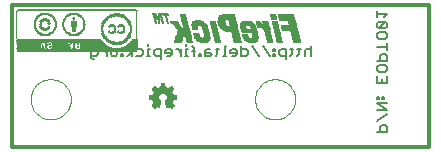
<source format=gbo>
G75*
%MOIN*%
%OFA0B0*%
%FSLAX24Y24*%
%IPPOS*%
%LPD*%
%AMOC8*
5,1,8,0,0,1.08239X$1,22.5*
%
%ADD10C,0.0118*%
%ADD11C,0.0060*%
%ADD12C,0.0000*%
%ADD13R,0.0072X0.0004*%
%ADD14R,0.0080X0.0004*%
%ADD15R,0.0152X0.0004*%
%ADD16R,0.0144X0.0004*%
%ADD17R,0.0194X0.0004*%
%ADD18R,0.0190X0.0004*%
%ADD19R,0.0224X0.0004*%
%ADD20R,0.0220X0.0004*%
%ADD21R,0.0236X0.0004*%
%ADD22R,0.0220X0.0004*%
%ADD23R,0.0251X0.0004*%
%ADD24R,0.0247X0.0004*%
%ADD25R,0.0243X0.0004*%
%ADD26R,0.0274X0.0004*%
%ADD27R,0.0266X0.0004*%
%ADD28R,0.0293X0.0004*%
%ADD29R,0.0285X0.0004*%
%ADD30R,0.0236X0.0004*%
%ADD31R,0.0308X0.0004*%
%ADD32R,0.0300X0.0004*%
%ADD33R,0.0319X0.0004*%
%ADD34R,0.0334X0.0004*%
%ADD35R,0.0224X0.0004*%
%ADD36R,0.0331X0.0004*%
%ADD37R,0.0346X0.0004*%
%ADD38R,0.0357X0.0004*%
%ADD39R,0.0369X0.0004*%
%ADD40R,0.0380X0.0004*%
%ADD41R,0.0376X0.0004*%
%ADD42R,0.0239X0.0004*%
%ADD43R,0.0388X0.0004*%
%ADD44R,0.0388X0.0004*%
%ADD45R,0.0395X0.0004*%
%ADD46R,0.0403X0.0004*%
%ADD47R,0.0410X0.0004*%
%ADD48R,0.0414X0.0004*%
%ADD49R,0.0422X0.0004*%
%ADD50R,0.0426X0.0004*%
%ADD51R,0.0433X0.0004*%
%ADD52R,0.0437X0.0004*%
%ADD53R,0.0445X0.0004*%
%ADD54R,0.0448X0.0004*%
%ADD55R,0.0232X0.0004*%
%ADD56R,0.0456X0.0004*%
%ADD57R,0.0460X0.0004*%
%ADD58R,0.0464X0.0004*%
%ADD59R,0.0467X0.0004*%
%ADD60R,0.0471X0.0004*%
%ADD61R,0.0475X0.0004*%
%ADD62R,0.0479X0.0004*%
%ADD63R,0.0483X0.0004*%
%ADD64R,0.0486X0.0004*%
%ADD65R,0.0490X0.0004*%
%ADD66R,0.0494X0.0004*%
%ADD67R,0.0498X0.0004*%
%ADD68R,0.0505X0.0004*%
%ADD69R,0.0502X0.0004*%
%ADD70R,0.0232X0.0004*%
%ADD71R,0.0509X0.0004*%
%ADD72R,0.0217X0.0004*%
%ADD73R,0.0513X0.0004*%
%ADD74R,0.0213X0.0004*%
%ADD75R,0.0517X0.0004*%
%ADD76R,0.0209X0.0004*%
%ADD77R,0.0247X0.0004*%
%ADD78R,0.0205X0.0004*%
%ADD79R,0.0228X0.0004*%
%ADD80R,0.0201X0.0004*%
%ADD81R,0.0213X0.0004*%
%ADD82R,0.0209X0.0004*%
%ADD83R,0.0255X0.0004*%
%ADD84R,0.0201X0.0004*%
%ADD85R,0.0471X0.0004*%
%ADD86R,0.0559X0.0004*%
%ADD87R,0.0452X0.0004*%
%ADD88R,0.0441X0.0004*%
%ADD89R,0.0399X0.0004*%
%ADD90R,0.0418X0.0004*%
%ADD91R,0.0483X0.0004*%
%ADD92R,0.0555X0.0004*%
%ADD93R,0.0494X0.0004*%
%ADD94R,0.0414X0.0004*%
%ADD95R,0.0555X0.0004*%
%ADD96R,0.0524X0.0004*%
%ADD97R,0.0407X0.0004*%
%ADD98R,0.0528X0.0004*%
%ADD99R,0.0532X0.0004*%
%ADD100R,0.0536X0.0004*%
%ADD101R,0.0543X0.0004*%
%ADD102R,0.0551X0.0004*%
%ADD103R,0.0547X0.0004*%
%ADD104R,0.0429X0.0004*%
%ADD105R,0.0562X0.0004*%
%ADD106R,0.0566X0.0004*%
%ADD107R,0.0437X0.0004*%
%ADD108R,0.0517X0.0004*%
%ADD109R,0.0570X0.0004*%
%ADD110R,0.0574X0.0004*%
%ADD111R,0.0262X0.0004*%
%ADD112R,0.0578X0.0004*%
%ADD113R,0.0581X0.0004*%
%ADD114R,0.0581X0.0004*%
%ADD115R,0.0585X0.0004*%
%ADD116R,0.0315X0.0004*%
%ADD117R,0.0198X0.0004*%
%ADD118R,0.0589X0.0004*%
%ADD119R,0.0015X0.0004*%
%ADD120R,0.0593X0.0004*%
%ADD121R,0.0597X0.0004*%
%ADD122R,0.0600X0.0004*%
%ADD123R,0.0600X0.0004*%
%ADD124R,0.0604X0.0004*%
%ADD125R,0.0277X0.0004*%
%ADD126R,0.0258X0.0004*%
%ADD127R,0.0509X0.0004*%
%ADD128R,0.0486X0.0004*%
%ADD129R,0.0505X0.0004*%
%ADD130R,0.0498X0.0004*%
%ADD131R,0.0186X0.0004*%
%ADD132R,0.0182X0.0004*%
%ADD133R,0.0179X0.0004*%
%ADD134R,0.0175X0.0004*%
%ADD135R,0.0171X0.0004*%
%ADD136R,0.0167X0.0004*%
%ADD137R,0.0163X0.0004*%
%ADD138R,0.0084X0.0004*%
%ADD139R,0.0061X0.0004*%
%ADD140R,0.0160X0.0004*%
%ADD141R,0.0065X0.0004*%
%ADD142R,0.0426X0.0004*%
%ADD143R,0.0076X0.0004*%
%ADD144R,0.0384X0.0004*%
%ADD145R,0.0068X0.0004*%
%ADD146R,0.0148X0.0004*%
%ADD147R,0.0372X0.0004*%
%ADD148R,0.0410X0.0004*%
%ADD149R,0.0365X0.0004*%
%ADD150R,0.0080X0.0004*%
%ADD151R,0.0353X0.0004*%
%ADD152R,0.0068X0.0004*%
%ADD153R,0.0137X0.0004*%
%ADD154R,0.0338X0.0004*%
%ADD155R,0.0133X0.0004*%
%ADD156R,0.0376X0.0004*%
%ADD157R,0.0129X0.0004*%
%ADD158R,0.0125X0.0004*%
%ADD159R,0.0118X0.0004*%
%ADD160R,0.0342X0.0004*%
%ADD161R,0.0114X0.0004*%
%ADD162R,0.0331X0.0004*%
%ADD163R,0.0106X0.0004*%
%ADD164R,0.0099X0.0004*%
%ADD165R,0.0087X0.0004*%
%ADD166R,0.0281X0.0004*%
%ADD167R,0.0258X0.0004*%
%ADD168R,0.0053X0.0004*%
%ADD169R,0.0152X0.0004*%
%ADD170R,0.0091X0.0004*%
%ADD171R,0.0095X0.0004*%
%ADD172R,0.0091X0.0004*%
%ADD173R,0.0103X0.0004*%
%ADD174R,0.0532X0.0004*%
%ADD175R,0.0110X0.0004*%
%ADD176R,0.0589X0.0004*%
%ADD177R,0.0057X0.0004*%
%ADD178R,0.0566X0.0004*%
%ADD179R,0.0540X0.0004*%
%ADD180R,0.0057X0.0004*%
%ADD181R,0.0521X0.0004*%
%ADD182R,0.0129X0.0004*%
%ADD183R,0.0122X0.0004*%
%ADD184R,0.0391X0.0004*%
%ADD185R,0.0114X0.0004*%
%ADD186R,0.0005X0.0003*%
%ADD187R,0.0008X0.0003*%
%ADD188R,0.0013X0.0003*%
%ADD189R,0.0020X0.0003*%
%ADD190R,0.0025X0.0003*%
%ADD191R,0.0032X0.0003*%
%ADD192R,0.0030X0.0003*%
%ADD193R,0.0037X0.0003*%
%ADD194R,0.0045X0.0003*%
%ADD195R,0.0043X0.0003*%
%ADD196R,0.0050X0.0003*%
%ADD197R,0.0055X0.0003*%
%ADD198R,0.0063X0.0003*%
%ADD199R,0.0067X0.0003*%
%ADD200R,0.0075X0.0003*%
%ADD201R,0.0080X0.0003*%
%ADD202R,0.0088X0.0003*%
%ADD203R,0.0090X0.0003*%
%ADD204R,0.0092X0.0003*%
%ADD205R,0.0098X0.0003*%
%ADD206R,0.0103X0.0003*%
%ADD207R,0.0105X0.0003*%
%ADD208R,0.0107X0.0003*%
%ADD209R,0.0110X0.0003*%
%ADD210R,0.0115X0.0003*%
%ADD211R,0.0010X0.0003*%
%ADD212R,0.0118X0.0003*%
%ADD213R,0.0120X0.0003*%
%ADD214R,0.0018X0.0003*%
%ADD215R,0.0123X0.0003*%
%ADD216R,0.0130X0.0003*%
%ADD217R,0.0022X0.0003*%
%ADD218R,0.0135X0.0003*%
%ADD219R,0.0143X0.0003*%
%ADD220R,0.0035X0.0003*%
%ADD221R,0.0145X0.0003*%
%ADD222R,0.0040X0.0003*%
%ADD223R,0.0147X0.0003*%
%ADD224R,0.0155X0.0003*%
%ADD225R,0.0047X0.0003*%
%ADD226R,0.0163X0.0003*%
%ADD227R,0.0053X0.0003*%
%ADD228R,0.0160X0.0003*%
%ADD229R,0.0227X0.0003*%
%ADD230R,0.0230X0.0003*%
%ADD231R,0.0235X0.0003*%
%ADD232R,0.0238X0.0003*%
%ADD233R,0.0243X0.0003*%
%ADD234R,0.0240X0.0003*%
%ADD235R,0.0245X0.0003*%
%ADD236R,0.0248X0.0003*%
%ADD237R,0.0253X0.0003*%
%ADD238R,0.0255X0.0003*%
%ADD239R,0.0250X0.0003*%
%ADD240R,0.0233X0.0003*%
%ADD241R,0.0257X0.0003*%
%ADD242R,0.0260X0.0003*%
%ADD243R,0.0262X0.0003*%
%ADD244R,0.0265X0.0003*%
%ADD245R,0.0267X0.0003*%
%ADD246R,0.0270X0.0003*%
%ADD247R,0.0273X0.0003*%
%ADD248R,0.0275X0.0003*%
%ADD249R,0.0278X0.0003*%
%ADD250R,0.0290X0.0003*%
%ADD251R,0.0302X0.0003*%
%ADD252R,0.0313X0.0003*%
%ADD253R,0.0310X0.0003*%
%ADD254R,0.0323X0.0003*%
%ADD255R,0.0325X0.0003*%
%ADD256R,0.0335X0.0003*%
%ADD257R,0.0348X0.0003*%
%ADD258R,0.0345X0.0003*%
%ADD259R,0.0343X0.0003*%
%ADD260R,0.0340X0.0003*%
%ADD261R,0.0338X0.0003*%
%ADD262R,0.0333X0.0003*%
%ADD263R,0.0350X0.0003*%
%ADD264R,0.0330X0.0003*%
%ADD265R,0.0318X0.0003*%
%ADD266R,0.0305X0.0003*%
%ADD267R,0.0295X0.0003*%
%ADD268R,0.0285X0.0003*%
%ADD269R,0.0283X0.0003*%
%ADD270R,0.0280X0.0003*%
%ADD271R,0.0288X0.0003*%
%ADD272R,0.0293X0.0003*%
%ADD273R,0.0308X0.0003*%
%ADD274R,0.0645X0.0003*%
%ADD275R,0.0643X0.0003*%
%ADD276R,0.0640X0.0003*%
%ADD277R,0.0635X0.0003*%
%ADD278R,0.0633X0.0003*%
%ADD279R,0.0630X0.0003*%
%ADD280R,0.0625X0.0003*%
%ADD281R,0.0620X0.0003*%
%ADD282R,0.0617X0.0003*%
%ADD283R,0.0615X0.0003*%
%ADD284R,0.0610X0.0003*%
%ADD285R,0.0648X0.0003*%
%ADD286R,0.0653X0.0003*%
%ADD287R,0.0655X0.0003*%
%ADD288R,0.0660X0.0003*%
%ADD289R,0.0663X0.0003*%
%ADD290R,0.0665X0.0003*%
%ADD291R,0.0670X0.0003*%
%ADD292R,0.0673X0.0003*%
%ADD293R,0.0675X0.0003*%
%ADD294R,0.0680X0.0003*%
%ADD295R,0.0683X0.0003*%
%ADD296R,0.0685X0.0003*%
%ADD297R,0.0690X0.0003*%
%ADD298R,0.0693X0.0003*%
%ADD299R,0.0695X0.0003*%
%ADD300R,0.0700X0.0003*%
%ADD301R,0.0705X0.0003*%
%ADD302R,0.0710X0.0003*%
%ADD303R,0.0715X0.0003*%
%ADD304R,0.0720X0.0003*%
%ADD305R,0.0725X0.0003*%
%ADD306R,0.0727X0.0003*%
%ADD307R,0.0730X0.0003*%
%ADD308R,0.0735X0.0003*%
%ADD309R,0.0737X0.0003*%
%ADD310R,0.0740X0.0003*%
%ADD311R,0.0745X0.0003*%
%ADD312R,0.0747X0.0003*%
%ADD313R,0.0175X0.0003*%
%ADD314R,0.0168X0.0003*%
%ADD315R,0.0320X0.0003*%
%ADD316R,0.0150X0.0003*%
%ADD317R,0.0138X0.0003*%
%ADD318R,0.0133X0.0003*%
%ADD319R,0.0125X0.0003*%
%ADD320R,0.0113X0.0003*%
%ADD321R,0.0220X0.0003*%
%ADD322R,0.0210X0.0003*%
%ADD323R,0.0100X0.0003*%
%ADD324R,0.0200X0.0003*%
%ADD325R,0.0095X0.0003*%
%ADD326R,0.0185X0.0003*%
%ADD327R,0.0180X0.0003*%
%ADD328R,0.0083X0.0003*%
%ADD329R,0.0170X0.0003*%
%ADD330R,0.0070X0.0003*%
%ADD331R,0.0057X0.0003*%
%ADD332R,0.0165X0.0003*%
%ADD333R,0.0027X0.0003*%
%ADD334R,0.0015X0.0003*%
%ADD335R,0.0158X0.0003*%
%ADD336R,0.0153X0.0003*%
%ADD337R,0.0140X0.0003*%
%ADD338R,0.3990X0.0010*%
%ADD339R,0.4010X0.0010*%
%ADD340R,0.4030X0.0010*%
%ADD341R,0.1910X0.0010*%
%ADD342R,0.0170X0.0010*%
%ADD343R,0.0670X0.0010*%
%ADD344R,0.0060X0.0010*%
%ADD345R,0.0120X0.0010*%
%ADD346R,0.0780X0.0010*%
%ADD347R,0.0640X0.0010*%
%ADD348R,0.0040X0.0010*%
%ADD349R,0.0110X0.0010*%
%ADD350R,0.0770X0.0010*%
%ADD351R,0.0100X0.0010*%
%ADD352R,0.0630X0.0010*%
%ADD353R,0.0020X0.0010*%
%ADD354R,0.0610X0.0010*%
%ADD355R,0.1120X0.0010*%
%ADD356R,0.0090X0.0010*%
%ADD357R,0.0620X0.0010*%
%ADD358R,0.0560X0.0010*%
%ADD359R,0.1070X0.0010*%
%ADD360R,0.0530X0.0010*%
%ADD361R,0.1030X0.0010*%
%ADD362R,0.0070X0.0010*%
%ADD363R,0.0080X0.0010*%
%ADD364R,0.0790X0.0010*%
%ADD365R,0.0500X0.0010*%
%ADD366R,0.1010X0.0010*%
%ADD367R,0.0030X0.0010*%
%ADD368R,0.0470X0.0010*%
%ADD369R,0.0980X0.0010*%
%ADD370R,0.0600X0.0010*%
%ADD371R,0.0450X0.0010*%
%ADD372R,0.0960X0.0010*%
%ADD373R,0.0800X0.0010*%
%ADD374R,0.0430X0.0010*%
%ADD375R,0.0940X0.0010*%
%ADD376R,0.0700X0.0010*%
%ADD377R,0.0410X0.0010*%
%ADD378R,0.0920X0.0010*%
%ADD379R,0.0660X0.0010*%
%ADD380R,0.0810X0.0010*%
%ADD381R,0.0390X0.0010*%
%ADD382R,0.0900X0.0010*%
%ADD383R,0.0050X0.0010*%
%ADD384R,0.0380X0.0010*%
%ADD385R,0.0880X0.0010*%
%ADD386R,0.0360X0.0010*%
%ADD387R,0.0870X0.0010*%
%ADD388R,0.0590X0.0010*%
%ADD389R,0.0820X0.0010*%
%ADD390R,0.0350X0.0010*%
%ADD391R,0.0860X0.0010*%
%ADD392R,0.0580X0.0010*%
%ADD393R,0.0130X0.0010*%
%ADD394R,0.0010X0.0010*%
%ADD395R,0.0330X0.0010*%
%ADD396R,0.0840X0.0010*%
%ADD397R,0.0570X0.0010*%
%ADD398R,0.0320X0.0010*%
%ADD399R,0.0240X0.0010*%
%ADD400R,0.0830X0.0010*%
%ADD401R,0.0310X0.0010*%
%ADD402R,0.0300X0.0010*%
%ADD403R,0.0370X0.0010*%
%ADD404R,0.0550X0.0010*%
%ADD405R,0.0290X0.0010*%
%ADD406R,0.0420X0.0010*%
%ADD407R,0.0280X0.0010*%
%ADD408R,0.0460X0.0010*%
%ADD409R,0.0270X0.0010*%
%ADD410R,0.0850X0.0010*%
%ADD411R,0.0260X0.0010*%
%ADD412R,0.0250X0.0010*%
%ADD413R,0.1750X0.0010*%
%ADD414R,0.1060X0.0010*%
%ADD415R,0.0230X0.0010*%
%ADD416R,0.2870X0.0010*%
%ADD417R,0.0200X0.0010*%
%ADD418R,0.2860X0.0010*%
%ADD419R,0.0220X0.0010*%
%ADD420R,0.0180X0.0010*%
%ADD421R,0.2850X0.0010*%
%ADD422R,0.0160X0.0010*%
%ADD423R,0.2840X0.0010*%
%ADD424R,0.0210X0.0010*%
%ADD425R,0.0150X0.0010*%
%ADD426R,0.0140X0.0010*%
%ADD427R,0.2830X0.0010*%
%ADD428R,0.0190X0.0010*%
%ADD429R,0.2820X0.0010*%
%ADD430R,0.2810X0.0010*%
%ADD431R,0.0490X0.0010*%
%ADD432R,0.0340X0.0010*%
%ADD433R,0.3970X0.0010*%
%ADD434R,0.3950X0.0010*%
%ADD435R,0.3890X0.0010*%
D10*
X000159Y000159D02*
X014057Y000159D01*
X014057Y004883D01*
X000159Y004883D01*
X000159Y000159D01*
D11*
X002833Y003070D02*
X002777Y003126D01*
X002777Y003404D01*
X002944Y003404D01*
X003000Y003348D01*
X003000Y003237D01*
X002944Y003181D01*
X002777Y003181D01*
X002833Y003070D02*
X002888Y003070D01*
X003302Y003181D02*
X003302Y003404D01*
X003302Y003293D02*
X003190Y003404D01*
X003135Y003404D01*
X003442Y003348D02*
X003497Y003404D01*
X003609Y003404D01*
X003664Y003348D01*
X003664Y003237D01*
X003609Y003181D01*
X003497Y003181D01*
X003442Y003237D01*
X003442Y003348D01*
X003790Y003237D02*
X003790Y003181D01*
X003845Y003181D01*
X003845Y003237D01*
X003790Y003237D01*
X003981Y003181D02*
X004148Y003293D01*
X003981Y003404D01*
X004148Y003515D02*
X004148Y003181D01*
X004287Y003181D02*
X004454Y003181D01*
X004510Y003237D01*
X004510Y003348D01*
X004454Y003404D01*
X004287Y003404D01*
X004696Y003404D02*
X004696Y003181D01*
X004752Y003181D02*
X004640Y003181D01*
X004892Y003237D02*
X004947Y003181D01*
X005114Y003181D01*
X004892Y003237D02*
X004892Y003348D01*
X004947Y003404D01*
X005114Y003404D01*
X005114Y003070D01*
X005310Y003181D02*
X005421Y003181D01*
X005477Y003237D01*
X005477Y003348D01*
X005421Y003404D01*
X005310Y003404D01*
X005254Y003348D01*
X005254Y003293D01*
X005477Y003293D01*
X005612Y003404D02*
X005668Y003404D01*
X005779Y003293D01*
X005779Y003404D02*
X005779Y003181D01*
X005909Y003181D02*
X006021Y003181D01*
X005965Y003181D02*
X005965Y003404D01*
X006021Y003404D01*
X006151Y003348D02*
X006262Y003348D01*
X006207Y003460D02*
X006151Y003515D01*
X006207Y003460D02*
X006207Y003181D01*
X006388Y003181D02*
X006388Y003237D01*
X006444Y003237D01*
X006444Y003181D01*
X006388Y003181D01*
X006583Y003181D02*
X006750Y003181D01*
X006806Y003237D01*
X006750Y003293D01*
X006583Y003293D01*
X006583Y003348D02*
X006583Y003181D01*
X006936Y003181D02*
X006992Y003237D01*
X006992Y003460D01*
X007048Y003404D02*
X006936Y003404D01*
X006750Y003404D02*
X006639Y003404D01*
X006583Y003348D01*
X007178Y003181D02*
X007289Y003181D01*
X007234Y003181D02*
X007234Y003515D01*
X007289Y003515D01*
X007429Y003348D02*
X007485Y003404D01*
X007596Y003404D01*
X007652Y003348D01*
X007652Y003237D01*
X007596Y003181D01*
X007485Y003181D01*
X007429Y003293D02*
X007652Y003293D01*
X007429Y003293D02*
X007429Y003348D01*
X007792Y003404D02*
X007959Y003404D01*
X008014Y003348D01*
X008014Y003237D01*
X007959Y003181D01*
X007792Y003181D01*
X007792Y003515D01*
X008154Y003515D02*
X008377Y003181D01*
X008739Y003181D02*
X008517Y003515D01*
X008865Y003404D02*
X008865Y003348D01*
X008921Y003348D01*
X008921Y003404D01*
X008865Y003404D01*
X009061Y003348D02*
X009061Y003237D01*
X009116Y003181D01*
X009283Y003181D01*
X009414Y003181D02*
X009469Y003237D01*
X009469Y003460D01*
X009414Y003404D02*
X009525Y003404D01*
X009655Y003404D02*
X009767Y003404D01*
X009711Y003460D02*
X009711Y003237D01*
X009655Y003181D01*
X009906Y003181D02*
X009906Y003348D01*
X009962Y003404D01*
X010073Y003404D01*
X010129Y003348D01*
X010129Y003515D02*
X010129Y003181D01*
X009283Y003070D02*
X009283Y003404D01*
X009116Y003404D01*
X009061Y003348D01*
X008921Y003237D02*
X008921Y003181D01*
X008865Y003181D01*
X008865Y003237D01*
X008921Y003237D01*
X005965Y003515D02*
X005965Y003571D01*
X004752Y003404D02*
X004696Y003404D01*
X004696Y003515D02*
X004696Y003571D01*
X012315Y003492D02*
X012649Y003492D01*
X012649Y003603D02*
X012649Y003380D01*
X012593Y003240D02*
X012482Y003240D01*
X012426Y003185D01*
X012426Y003018D01*
X012315Y003018D02*
X012649Y003018D01*
X012649Y003185D01*
X012593Y003240D01*
X012593Y002878D02*
X012371Y002878D01*
X012315Y002822D01*
X012315Y002711D01*
X012371Y002655D01*
X012593Y002655D01*
X012649Y002711D01*
X012649Y002822D01*
X012593Y002878D01*
X012649Y002515D02*
X012649Y002293D01*
X012315Y002293D01*
X012315Y002515D01*
X012482Y002404D02*
X012482Y002293D01*
X012482Y001805D02*
X012482Y001749D01*
X012538Y001749D01*
X012538Y001805D01*
X012482Y001805D01*
X012371Y001805D02*
X012315Y001805D01*
X012315Y001749D01*
X012371Y001749D01*
X012371Y001805D01*
X012315Y001609D02*
X012649Y001609D01*
X012649Y001387D02*
X012315Y001609D01*
X012315Y001387D02*
X012649Y001387D01*
X012649Y001247D02*
X012315Y001024D01*
X012482Y000884D02*
X012426Y000828D01*
X012426Y000661D01*
X012315Y000661D02*
X012649Y000661D01*
X012649Y000828D01*
X012593Y000884D01*
X012482Y000884D01*
X012371Y003743D02*
X012315Y003799D01*
X012315Y003910D01*
X012371Y003966D01*
X012593Y003966D01*
X012649Y003910D01*
X012649Y003799D01*
X012593Y003743D01*
X012371Y003743D01*
X012371Y004105D02*
X012593Y004328D01*
X012371Y004328D01*
X012315Y004272D01*
X012315Y004161D01*
X012371Y004105D01*
X012593Y004105D01*
X012649Y004161D01*
X012649Y004272D01*
X012593Y004328D01*
X012538Y004468D02*
X012649Y004579D01*
X012315Y004579D01*
X012315Y004468D02*
X012315Y004691D01*
D12*
X008250Y001734D02*
X008252Y001785D01*
X008258Y001836D01*
X008268Y001886D01*
X008281Y001936D01*
X008299Y001984D01*
X008319Y002031D01*
X008344Y002076D01*
X008372Y002119D01*
X008403Y002160D01*
X008437Y002198D01*
X008474Y002233D01*
X008513Y002266D01*
X008555Y002296D01*
X008599Y002322D01*
X008645Y002344D01*
X008693Y002364D01*
X008742Y002379D01*
X008792Y002391D01*
X008842Y002399D01*
X008893Y002403D01*
X008945Y002403D01*
X008996Y002399D01*
X009046Y002391D01*
X009096Y002379D01*
X009145Y002364D01*
X009193Y002344D01*
X009239Y002322D01*
X009283Y002296D01*
X009325Y002266D01*
X009364Y002233D01*
X009401Y002198D01*
X009435Y002160D01*
X009466Y002119D01*
X009494Y002076D01*
X009519Y002031D01*
X009539Y001984D01*
X009557Y001936D01*
X009570Y001886D01*
X009580Y001836D01*
X009586Y001785D01*
X009588Y001734D01*
X009586Y001683D01*
X009580Y001632D01*
X009570Y001582D01*
X009557Y001532D01*
X009539Y001484D01*
X009519Y001437D01*
X009494Y001392D01*
X009466Y001349D01*
X009435Y001308D01*
X009401Y001270D01*
X009364Y001235D01*
X009325Y001202D01*
X009283Y001172D01*
X009239Y001146D01*
X009193Y001124D01*
X009145Y001104D01*
X009096Y001089D01*
X009046Y001077D01*
X008996Y001069D01*
X008945Y001065D01*
X008893Y001065D01*
X008842Y001069D01*
X008792Y001077D01*
X008742Y001089D01*
X008693Y001104D01*
X008645Y001124D01*
X008599Y001146D01*
X008555Y001172D01*
X008513Y001202D01*
X008474Y001235D01*
X008437Y001270D01*
X008403Y001308D01*
X008372Y001349D01*
X008344Y001392D01*
X008319Y001437D01*
X008299Y001484D01*
X008281Y001532D01*
X008268Y001582D01*
X008258Y001632D01*
X008252Y001683D01*
X008250Y001734D01*
X000770Y001734D02*
X000772Y001785D01*
X000778Y001836D01*
X000788Y001886D01*
X000801Y001936D01*
X000819Y001984D01*
X000839Y002031D01*
X000864Y002076D01*
X000892Y002119D01*
X000923Y002160D01*
X000957Y002198D01*
X000994Y002233D01*
X001033Y002266D01*
X001075Y002296D01*
X001119Y002322D01*
X001165Y002344D01*
X001213Y002364D01*
X001262Y002379D01*
X001312Y002391D01*
X001362Y002399D01*
X001413Y002403D01*
X001465Y002403D01*
X001516Y002399D01*
X001566Y002391D01*
X001616Y002379D01*
X001665Y002364D01*
X001713Y002344D01*
X001759Y002322D01*
X001803Y002296D01*
X001845Y002266D01*
X001884Y002233D01*
X001921Y002198D01*
X001955Y002160D01*
X001986Y002119D01*
X002014Y002076D01*
X002039Y002031D01*
X002059Y001984D01*
X002077Y001936D01*
X002090Y001886D01*
X002100Y001836D01*
X002106Y001785D01*
X002108Y001734D01*
X002106Y001683D01*
X002100Y001632D01*
X002090Y001582D01*
X002077Y001532D01*
X002059Y001484D01*
X002039Y001437D01*
X002014Y001392D01*
X001986Y001349D01*
X001955Y001308D01*
X001921Y001270D01*
X001884Y001235D01*
X001845Y001202D01*
X001803Y001172D01*
X001759Y001146D01*
X001713Y001124D01*
X001665Y001104D01*
X001616Y001089D01*
X001566Y001077D01*
X001516Y001069D01*
X001465Y001065D01*
X001413Y001065D01*
X001362Y001069D01*
X001312Y001077D01*
X001262Y001089D01*
X001213Y001104D01*
X001165Y001124D01*
X001119Y001146D01*
X001075Y001172D01*
X001033Y001202D01*
X000994Y001235D01*
X000957Y001270D01*
X000923Y001308D01*
X000892Y001349D01*
X000864Y001392D01*
X000839Y001437D01*
X000819Y001484D01*
X000801Y001532D01*
X000788Y001582D01*
X000778Y001632D01*
X000772Y001683D01*
X000770Y001734D01*
D13*
X004943Y004262D03*
X004943Y004266D03*
X004943Y004269D03*
X004939Y004277D03*
X004939Y004281D03*
X004939Y004285D03*
X004936Y004292D03*
X004936Y004296D03*
X004936Y004300D03*
X004932Y004307D03*
X004932Y004311D03*
X004932Y004315D03*
X004932Y004319D03*
X004928Y004323D03*
X004928Y004326D03*
X004928Y004330D03*
X004928Y004334D03*
X004924Y004338D03*
X004924Y004342D03*
X004924Y004345D03*
X004924Y004349D03*
X004920Y004353D03*
X004920Y004357D03*
X004920Y004361D03*
X004920Y004364D03*
X004917Y004368D03*
X004917Y004372D03*
X004917Y004376D03*
X004917Y004380D03*
X004913Y004383D03*
X004913Y004387D03*
X004913Y004391D03*
X004913Y004395D03*
X004909Y004399D03*
X004909Y004402D03*
X004909Y004406D03*
X004909Y004410D03*
X004905Y004418D03*
X004905Y004421D03*
X004905Y004425D03*
X004901Y004433D03*
X004901Y004437D03*
X004901Y004440D03*
X004898Y004448D03*
X004898Y004452D03*
X004898Y004456D03*
X004894Y004463D03*
X004894Y004467D03*
X004894Y004471D03*
X004890Y004478D03*
X004890Y004482D03*
X004890Y004486D03*
X005122Y004490D03*
X005126Y004478D03*
X005126Y004475D03*
X005129Y004463D03*
X005129Y004459D03*
X005133Y004448D03*
X005133Y004444D03*
X005137Y004433D03*
X005137Y004429D03*
X005141Y004418D03*
X005141Y004414D03*
X005145Y004402D03*
X005145Y004399D03*
X005145Y004395D03*
X005148Y004387D03*
X005148Y004383D03*
X005148Y004380D03*
X005152Y004372D03*
X005152Y004368D03*
X005152Y004364D03*
X005156Y004357D03*
X005156Y004353D03*
X005156Y004349D03*
X005160Y004342D03*
X005160Y004338D03*
X005160Y004334D03*
X005164Y004326D03*
X005164Y004323D03*
X005164Y004319D03*
X005167Y004311D03*
X005167Y004307D03*
X005167Y004304D03*
X005171Y004296D03*
X005171Y004292D03*
X005171Y004288D03*
X005175Y004281D03*
X005175Y004277D03*
X005175Y004273D03*
X005179Y004266D03*
X005179Y004262D03*
X005053Y004292D03*
X005053Y004296D03*
X008166Y003612D03*
D14*
X006551Y003612D03*
X005338Y004266D03*
X005338Y004269D03*
X005338Y004273D03*
X005331Y004296D03*
X005331Y004300D03*
X005331Y004304D03*
X005327Y004311D03*
X005327Y004315D03*
X005327Y004319D03*
X005319Y004342D03*
X005319Y004345D03*
X005319Y004349D03*
X005316Y004357D03*
X005316Y004361D03*
X005316Y004364D03*
X005308Y004391D03*
X005308Y004395D03*
X005304Y004406D03*
X005304Y004410D03*
X005297Y004437D03*
X005297Y004440D03*
X005285Y004482D03*
X005285Y004486D03*
X005278Y004513D03*
X005278Y004516D03*
D15*
X007966Y004323D03*
X008369Y004273D03*
X008156Y003616D03*
D16*
X006545Y003616D03*
X008361Y004285D03*
X008365Y004281D03*
D17*
X008405Y004216D03*
X008150Y003620D03*
D18*
X006541Y003620D03*
X008399Y004224D03*
X008403Y004220D03*
X007970Y004319D03*
D19*
X007972Y004315D03*
X008656Y004030D03*
X008656Y004026D03*
X008656Y004022D03*
X008660Y004015D03*
X008660Y004011D03*
X008667Y003984D03*
X008667Y003981D03*
X008671Y003969D03*
X008671Y003965D03*
X008679Y003939D03*
X008679Y003935D03*
X008682Y003924D03*
X008682Y003920D03*
X008686Y003908D03*
X008686Y003905D03*
X008690Y003893D03*
X008690Y003889D03*
X008694Y003878D03*
X008694Y003874D03*
X008698Y003863D03*
X008698Y003859D03*
X008701Y003848D03*
X008701Y003844D03*
X008709Y003817D03*
X008709Y003813D03*
X008713Y003802D03*
X008713Y003798D03*
X008720Y003772D03*
X008720Y003768D03*
X008724Y003756D03*
X008724Y003753D03*
X008732Y003726D03*
X008732Y003722D03*
X008736Y003711D03*
X008736Y003707D03*
X008739Y003696D03*
X008739Y003692D03*
X008743Y003680D03*
X008743Y003677D03*
X008751Y003650D03*
X008751Y003646D03*
X008755Y003635D03*
X008755Y003631D03*
X009059Y003692D03*
X009059Y003696D03*
X009062Y003680D03*
X009062Y003677D03*
X009066Y003665D03*
X009066Y003661D03*
X009070Y003650D03*
X009070Y003646D03*
X009074Y003635D03*
X009074Y003631D03*
X009051Y003722D03*
X009051Y003726D03*
X009047Y003737D03*
X009047Y003741D03*
X009040Y003768D03*
X009040Y003772D03*
X009036Y003783D03*
X009036Y003787D03*
X009028Y003813D03*
X009028Y003817D03*
X009024Y003829D03*
X009024Y003832D03*
X009021Y003844D03*
X009021Y003848D03*
X009017Y003859D03*
X009017Y003863D03*
X009009Y003889D03*
X009009Y003893D03*
X009005Y003905D03*
X009005Y003908D03*
X008998Y003935D03*
X008998Y003939D03*
X008994Y003950D03*
X008994Y003954D03*
X008986Y003981D03*
X008986Y003984D03*
X008983Y003996D03*
X008983Y004000D03*
X008979Y004011D03*
X008979Y004015D03*
X008975Y004026D03*
X008975Y004030D03*
X008971Y004041D03*
X008971Y004045D03*
X008967Y004057D03*
X008967Y004060D03*
X008964Y004072D03*
X008964Y004076D03*
X008956Y004102D03*
X008956Y004106D03*
X008952Y004117D03*
X008952Y004121D03*
X008945Y004148D03*
X008945Y004152D03*
X008941Y004163D03*
X008941Y004167D03*
X008933Y004193D03*
X008933Y004197D03*
X008929Y004209D03*
X008929Y004212D03*
X008926Y004224D03*
X008926Y004228D03*
X008922Y004239D03*
X008922Y004243D03*
X008914Y004269D03*
X008914Y004273D03*
X008910Y004285D03*
X008910Y004288D03*
X008891Y004364D03*
X008891Y004368D03*
X008888Y004380D03*
X008888Y004383D03*
X008884Y004395D03*
X008884Y004399D03*
X008880Y004410D03*
X008880Y004414D03*
X008876Y004425D03*
X008876Y004429D03*
X008872Y004440D03*
X008872Y004444D03*
X008869Y004456D03*
X008869Y004459D03*
X008861Y004490D03*
X008857Y004505D03*
X008850Y004535D03*
X008245Y003931D03*
X008245Y003927D03*
X008249Y003916D03*
X008249Y003912D03*
X008261Y003756D03*
X008257Y003753D03*
X007976Y003753D03*
X008150Y003623D03*
X007010Y003631D03*
X007010Y003635D03*
X007003Y003661D03*
X007003Y003665D03*
X006999Y003677D03*
X006999Y003680D03*
X006991Y003707D03*
X006991Y003711D03*
X006988Y003722D03*
X006988Y003726D03*
X006984Y003737D03*
X006984Y003741D03*
X006980Y003753D03*
X006980Y003756D03*
X006976Y003768D03*
X006976Y003772D03*
X006972Y003783D03*
X006972Y003787D03*
X006969Y003798D03*
X006969Y003802D03*
X006961Y003829D03*
X006961Y003832D03*
X006957Y003844D03*
X006957Y003848D03*
X006950Y003874D03*
X006950Y003878D03*
X006946Y003889D03*
X006946Y003893D03*
X006938Y003920D03*
X006938Y003924D03*
X006934Y003935D03*
X006934Y003939D03*
X006931Y003950D03*
X006931Y003954D03*
X006927Y003965D03*
X006927Y003969D03*
X006919Y003996D03*
X006919Y004000D03*
X006915Y004011D03*
X006915Y004015D03*
X006908Y004041D03*
X006908Y004045D03*
X006904Y004057D03*
X006904Y004060D03*
X006896Y004087D03*
X006896Y004091D03*
X006893Y004102D03*
X006893Y004106D03*
X006889Y004117D03*
X006889Y004121D03*
X006885Y004133D03*
X006885Y004136D03*
X006881Y004148D03*
X006881Y004152D03*
X006877Y004163D03*
X006877Y004167D03*
X006874Y004178D03*
X006874Y004182D03*
X006866Y004209D03*
X006866Y004212D03*
X006862Y004224D03*
X006862Y004228D03*
X006855Y004254D03*
X006855Y004258D03*
X006851Y004269D03*
X006851Y004273D03*
X006843Y004300D03*
X006843Y004304D03*
X006554Y004163D03*
X006551Y004167D03*
X006547Y004171D03*
X006604Y004045D03*
X006608Y004034D03*
X006611Y004022D03*
X006611Y004019D03*
X006619Y004000D03*
X006619Y003996D03*
X006619Y003992D03*
X006623Y003984D03*
X006623Y003981D03*
X006623Y003977D03*
X006630Y003958D03*
X006630Y003954D03*
X006630Y003950D03*
X006630Y003946D03*
X006634Y003939D03*
X006634Y003935D03*
X006634Y003931D03*
X006642Y003905D03*
X006642Y003901D03*
X006642Y003897D03*
X006646Y003882D03*
X006646Y003878D03*
X006649Y003787D03*
X006649Y003783D03*
X006649Y003779D03*
X006072Y003635D03*
X006072Y003631D03*
X006064Y003661D03*
X006064Y003665D03*
X006060Y003677D03*
X006060Y003680D03*
X006053Y003707D03*
X006053Y003711D03*
X006049Y003722D03*
X006049Y003726D03*
X006041Y003753D03*
X006041Y003756D03*
X006038Y003768D03*
X006038Y003772D03*
X006034Y003783D03*
X006034Y003787D03*
X006030Y003798D03*
X006030Y003802D03*
X006026Y003810D03*
X005958Y004091D03*
X005958Y004095D03*
X005954Y004106D03*
X005954Y004110D03*
X005946Y004136D03*
X005946Y004140D03*
X005943Y004152D03*
X005943Y004155D03*
X005939Y004167D03*
X005939Y004171D03*
X005935Y004182D03*
X005935Y004186D03*
X005931Y004197D03*
X005931Y004201D03*
X005927Y004212D03*
X005927Y004216D03*
X005924Y004228D03*
X005924Y004231D03*
X005916Y004258D03*
X005916Y004262D03*
X005912Y004273D03*
X005912Y004277D03*
X005905Y004304D03*
X005905Y004307D03*
X005901Y004319D03*
X005901Y004323D03*
X005893Y004349D03*
X005893Y004353D03*
X005889Y004364D03*
X005889Y004368D03*
X005886Y004380D03*
X005886Y004383D03*
X005882Y004395D03*
X005882Y004399D03*
X005874Y004429D03*
X005870Y004444D03*
X005863Y004475D03*
X005859Y004490D03*
X005851Y004520D03*
X005848Y004535D03*
X005642Y004190D03*
X005646Y004186D03*
X005650Y004182D03*
X005658Y004171D03*
X005661Y004167D03*
X005669Y004159D03*
X005673Y004155D03*
X005696Y004129D03*
D20*
X005694Y004133D03*
X005690Y004136D03*
X005686Y004140D03*
X005682Y004144D03*
X005679Y004148D03*
X005701Y004121D03*
X005705Y004117D03*
X005709Y004114D03*
X005713Y004110D03*
X005937Y004174D03*
X005937Y004178D03*
X005933Y004190D03*
X005933Y004193D03*
X005926Y004220D03*
X005926Y004224D03*
X005922Y004235D03*
X005922Y004239D03*
X005918Y004250D03*
X005918Y004254D03*
X005914Y004266D03*
X005914Y004269D03*
X005910Y004281D03*
X005910Y004285D03*
X005907Y004296D03*
X005907Y004300D03*
X005903Y004311D03*
X005903Y004315D03*
X005899Y004326D03*
X005899Y004330D03*
X005895Y004342D03*
X005895Y004345D03*
X005891Y004357D03*
X005891Y004361D03*
X005884Y004387D03*
X005884Y004391D03*
X005880Y004402D03*
X005880Y004406D03*
X005880Y004410D03*
X005876Y004418D03*
X005876Y004421D03*
X005876Y004425D03*
X005872Y004433D03*
X005872Y004437D03*
X005872Y004440D03*
X005869Y004448D03*
X005869Y004452D03*
X005869Y004456D03*
X005865Y004463D03*
X005865Y004467D03*
X005865Y004471D03*
X005861Y004478D03*
X005861Y004482D03*
X005861Y004486D03*
X005857Y004494D03*
X005857Y004497D03*
X005857Y004501D03*
X005853Y004509D03*
X005853Y004513D03*
X005853Y004516D03*
X005850Y004524D03*
X005850Y004528D03*
X005850Y004532D03*
X006245Y004186D03*
X005952Y004117D03*
X005952Y004114D03*
X005956Y004102D03*
X005956Y004098D03*
X005960Y004087D03*
X005948Y004129D03*
X005948Y004133D03*
X005945Y004144D03*
X005945Y004148D03*
X006556Y004159D03*
X006560Y004155D03*
X006560Y004152D03*
X006564Y004148D03*
X006568Y004140D03*
X006572Y004133D03*
X006575Y004125D03*
X006579Y004117D03*
X006579Y004114D03*
X006583Y004106D03*
X006587Y004098D03*
X006587Y004095D03*
X006591Y004087D03*
X006591Y004083D03*
X006598Y004068D03*
X006598Y004064D03*
X006598Y004060D03*
X006602Y004057D03*
X006602Y004053D03*
X006602Y004049D03*
X006610Y004030D03*
X006610Y004026D03*
X006613Y004015D03*
X006621Y003988D03*
X006632Y003943D03*
X006636Y003927D03*
X006640Y003908D03*
X006644Y003893D03*
X006644Y003889D03*
X006644Y003886D03*
X006651Y003851D03*
X006651Y003848D03*
X006651Y003844D03*
X006651Y003840D03*
X006651Y003836D03*
X006651Y003832D03*
X006651Y003829D03*
X006651Y003825D03*
X006651Y003821D03*
X006651Y003817D03*
X006651Y003813D03*
X006651Y003810D03*
X006651Y003806D03*
X006651Y003802D03*
X006651Y003798D03*
X006651Y003794D03*
X006651Y003791D03*
X006347Y003772D03*
X006344Y003775D03*
X006055Y003703D03*
X006055Y003699D03*
X006059Y003688D03*
X006059Y003684D03*
X006062Y003673D03*
X006062Y003669D03*
X006066Y003658D03*
X006066Y003654D03*
X006070Y003642D03*
X006070Y003639D03*
X006074Y003627D03*
X006051Y003715D03*
X006051Y003718D03*
X006047Y003730D03*
X006047Y003734D03*
X006043Y003745D03*
X006043Y003749D03*
X006040Y003760D03*
X006040Y003764D03*
X006032Y003791D03*
X006032Y003794D03*
X006028Y003806D03*
X006537Y003623D03*
X006982Y003745D03*
X006982Y003749D03*
X006978Y003760D03*
X006978Y003764D03*
X006971Y003791D03*
X006971Y003794D03*
X006967Y003806D03*
X006967Y003810D03*
X006963Y003821D03*
X006963Y003825D03*
X006959Y003836D03*
X006959Y003840D03*
X006955Y003851D03*
X006955Y003855D03*
X006952Y003867D03*
X006952Y003870D03*
X006948Y003882D03*
X006948Y003886D03*
X006944Y003897D03*
X006944Y003901D03*
X006940Y003912D03*
X006940Y003916D03*
X006936Y003927D03*
X006936Y003931D03*
X006929Y003958D03*
X006929Y003962D03*
X006925Y003973D03*
X006925Y003977D03*
X006921Y003988D03*
X006921Y003992D03*
X006917Y004003D03*
X006917Y004007D03*
X006914Y004019D03*
X006914Y004022D03*
X006910Y004034D03*
X006910Y004038D03*
X006906Y004049D03*
X006906Y004053D03*
X006902Y004064D03*
X006902Y004068D03*
X006898Y004079D03*
X006898Y004083D03*
X006895Y004095D03*
X006895Y004098D03*
X006887Y004125D03*
X006887Y004129D03*
X006883Y004140D03*
X006883Y004144D03*
X006876Y004171D03*
X006876Y004174D03*
X006872Y004186D03*
X006872Y004190D03*
X006868Y004201D03*
X006868Y004205D03*
X006864Y004216D03*
X006864Y004220D03*
X006860Y004231D03*
X006860Y004235D03*
X006857Y004247D03*
X006857Y004250D03*
X006853Y004262D03*
X006853Y004266D03*
X006849Y004277D03*
X006849Y004281D03*
X006845Y004292D03*
X006845Y004296D03*
X006841Y004307D03*
X008152Y004178D03*
X008156Y004174D03*
X008658Y004019D03*
X008662Y004007D03*
X008662Y004003D03*
X008665Y003992D03*
X008665Y003988D03*
X008669Y003977D03*
X008669Y003973D03*
X008673Y003962D03*
X008673Y003958D03*
X008677Y003946D03*
X008677Y003943D03*
X008681Y003931D03*
X008681Y003927D03*
X008688Y003901D03*
X008688Y003897D03*
X008692Y003886D03*
X008692Y003882D03*
X008700Y003855D03*
X008700Y003851D03*
X008703Y003840D03*
X008703Y003836D03*
X008707Y003825D03*
X008707Y003821D03*
X008711Y003810D03*
X008711Y003806D03*
X008715Y003794D03*
X008715Y003791D03*
X008719Y003779D03*
X008719Y003775D03*
X008722Y003764D03*
X008722Y003760D03*
X008726Y003749D03*
X008726Y003745D03*
X008730Y003734D03*
X008730Y003730D03*
X008734Y003718D03*
X008734Y003715D03*
X008741Y003688D03*
X008741Y003684D03*
X008745Y003673D03*
X008745Y003669D03*
X008749Y003658D03*
X008749Y003654D03*
X008753Y003642D03*
X008753Y003639D03*
X008757Y003627D03*
X009057Y003699D03*
X009057Y003703D03*
X009053Y003715D03*
X009053Y003718D03*
X009049Y003730D03*
X009049Y003734D03*
X009045Y003745D03*
X009045Y003749D03*
X009042Y003760D03*
X009042Y003764D03*
X009038Y003775D03*
X009038Y003779D03*
X009034Y003791D03*
X009034Y003794D03*
X009030Y003806D03*
X009030Y003810D03*
X009026Y003821D03*
X009026Y003825D03*
X009019Y003851D03*
X009019Y003855D03*
X009015Y003867D03*
X009015Y003870D03*
X009011Y003882D03*
X009011Y003886D03*
X009007Y003897D03*
X009007Y003901D03*
X009004Y003912D03*
X009004Y003916D03*
X009000Y003927D03*
X009000Y003931D03*
X008996Y003943D03*
X008996Y003946D03*
X008992Y003958D03*
X008992Y003962D03*
X008988Y003973D03*
X008988Y003977D03*
X008985Y003988D03*
X008985Y003992D03*
X008977Y004019D03*
X008977Y004022D03*
X008973Y004034D03*
X008973Y004038D03*
X008966Y004064D03*
X008966Y004068D03*
X008962Y004079D03*
X008962Y004083D03*
X008958Y004095D03*
X008958Y004098D03*
X008954Y004110D03*
X008954Y004114D03*
X008950Y004125D03*
X008950Y004129D03*
X008947Y004140D03*
X008947Y004144D03*
X008943Y004155D03*
X008943Y004159D03*
X008939Y004171D03*
X008939Y004174D03*
X008935Y004186D03*
X008935Y004190D03*
X008931Y004201D03*
X008931Y004205D03*
X008924Y004231D03*
X008924Y004235D03*
X008920Y004247D03*
X008920Y004250D03*
X008916Y004262D03*
X008916Y004266D03*
X008912Y004277D03*
X008912Y004281D03*
X008909Y004292D03*
X008909Y004296D03*
X008905Y004307D03*
X008890Y004372D03*
X008890Y004376D03*
X008882Y004402D03*
X008882Y004406D03*
X008878Y004418D03*
X008878Y004421D03*
X008871Y004448D03*
X008871Y004452D03*
X008867Y004463D03*
X008867Y004467D03*
X008863Y004478D03*
X008863Y004482D03*
X008863Y004486D03*
X008859Y004494D03*
X008859Y004497D03*
X008859Y004501D03*
X008855Y004509D03*
X008855Y004513D03*
X008855Y004516D03*
X008852Y004524D03*
X008852Y004528D03*
X008852Y004532D03*
X008247Y003924D03*
X008247Y003920D03*
X008251Y003908D03*
X008251Y003905D03*
X008251Y003901D03*
X008255Y003893D03*
X008255Y003889D03*
X008255Y003886D03*
X008255Y003882D03*
X008259Y003874D03*
X008259Y003870D03*
X008259Y003867D03*
X009061Y003688D03*
X009061Y003684D03*
X009068Y003658D03*
X009068Y003654D03*
X009072Y003642D03*
X009072Y003639D03*
X007012Y003627D03*
X007009Y003639D03*
X007009Y003642D03*
X007005Y003654D03*
X007005Y003658D03*
X007001Y003669D03*
X007001Y003673D03*
X006997Y003684D03*
X006997Y003688D03*
X006993Y003699D03*
X006993Y003703D03*
X006990Y003715D03*
X006990Y003718D03*
D21*
X007609Y003886D03*
X007609Y003889D03*
X007609Y003893D03*
X007609Y003897D03*
X007605Y003901D03*
X007605Y003905D03*
X007605Y003908D03*
X007605Y003912D03*
X007598Y003935D03*
X007598Y003939D03*
X007598Y003943D03*
X007590Y003965D03*
X007590Y003969D03*
X007590Y003973D03*
X007617Y003867D03*
X007617Y003863D03*
X007617Y003859D03*
X007617Y003855D03*
X007620Y003851D03*
X007620Y003848D03*
X007620Y003844D03*
X007620Y003840D03*
X007628Y003821D03*
X007628Y003817D03*
X007628Y003813D03*
X007628Y003810D03*
X007632Y003802D03*
X007632Y003798D03*
X007632Y003794D03*
X007639Y003772D03*
X007639Y003768D03*
X007639Y003764D03*
X007643Y003756D03*
X007643Y003753D03*
X007643Y003749D03*
X007647Y003741D03*
X007647Y003737D03*
X007647Y003734D03*
X007651Y003726D03*
X007651Y003722D03*
X007651Y003718D03*
X007658Y003696D03*
X007658Y003692D03*
X007658Y003688D03*
X007658Y003684D03*
X007662Y003680D03*
X007662Y003677D03*
X007662Y003673D03*
X007662Y003669D03*
X007670Y003650D03*
X007670Y003646D03*
X007670Y003642D03*
X007670Y003639D03*
X007674Y003635D03*
X007674Y003631D03*
X007674Y003627D03*
X007985Y003749D03*
X008251Y003749D03*
X008643Y004060D03*
X009490Y004281D03*
X009490Y004285D03*
X009490Y004288D03*
X009486Y004296D03*
X009486Y004300D03*
X009486Y004304D03*
X009479Y004326D03*
X009479Y004330D03*
X009479Y004334D03*
X009479Y004338D03*
X009475Y004342D03*
X009475Y004345D03*
X009498Y004258D03*
X009498Y004254D03*
X009498Y004250D03*
X009505Y004228D03*
X009505Y004224D03*
X009505Y004220D03*
X009509Y004212D03*
X009509Y004209D03*
X009509Y004205D03*
X009562Y004000D03*
X009562Y003996D03*
X009562Y003992D03*
X009570Y003969D03*
X009570Y003965D03*
X009570Y003962D03*
X009574Y003954D03*
X009574Y003950D03*
X009574Y003946D03*
X009581Y003924D03*
X009581Y003920D03*
X009581Y003916D03*
X009585Y003908D03*
X009585Y003905D03*
X009585Y003901D03*
X009593Y003878D03*
X009593Y003874D03*
X009593Y003870D03*
X009600Y003848D03*
X009600Y003844D03*
X009600Y003840D03*
X009600Y003836D03*
X009604Y003832D03*
X009604Y003829D03*
X009604Y003825D03*
X009604Y003821D03*
X009612Y003802D03*
X009612Y003798D03*
X009612Y003794D03*
X009612Y003791D03*
X009615Y003787D03*
X009615Y003783D03*
X009615Y003779D03*
X009615Y003775D03*
X009623Y003756D03*
X009623Y003753D03*
X009623Y003749D03*
X009623Y003745D03*
X009627Y003741D03*
X009627Y003737D03*
X009627Y003734D03*
X009627Y003730D03*
X009634Y003711D03*
X009634Y003707D03*
X009634Y003703D03*
X009634Y003699D03*
X009638Y003696D03*
X009638Y003692D03*
X009638Y003688D03*
X009638Y003684D03*
X009642Y003680D03*
X009642Y003677D03*
X009642Y003673D03*
X009642Y003669D03*
X009646Y003665D03*
X009646Y003661D03*
X009646Y003658D03*
X009646Y003654D03*
X009653Y003635D03*
X009653Y003631D03*
X009653Y003627D03*
X007544Y004152D03*
X007537Y004178D03*
X007537Y004182D03*
X007533Y004193D03*
X007533Y004197D03*
X007533Y004201D03*
X007525Y004224D03*
X007525Y004228D03*
X007525Y004231D03*
X007522Y004239D03*
X007522Y004243D03*
X007522Y004247D03*
X007514Y004269D03*
X007514Y004273D03*
X007514Y004277D03*
X007510Y004285D03*
X007510Y004288D03*
X007510Y004292D03*
X007503Y004315D03*
X007503Y004319D03*
X007503Y004323D03*
X007495Y004345D03*
X007495Y004349D03*
X007495Y004353D03*
X007491Y004361D03*
X006534Y004186D03*
X006344Y004326D03*
X005584Y004258D03*
X005580Y004262D03*
X005572Y004269D03*
X005568Y004273D03*
X005557Y004288D03*
X005553Y004292D03*
X005549Y004296D03*
X005747Y003859D03*
X005747Y003855D03*
X005743Y003851D03*
X005743Y003848D03*
X005743Y003844D03*
X005743Y003840D03*
X005739Y003836D03*
X005739Y003832D03*
X005739Y003829D03*
X005739Y003825D03*
X005732Y003806D03*
X005732Y003802D03*
X005732Y003798D03*
X005728Y003787D03*
X005720Y003756D03*
X006017Y003825D03*
X006017Y003829D03*
D22*
X006036Y003779D03*
X006036Y003775D03*
X006648Y003855D03*
X006648Y003859D03*
X006648Y003863D03*
X006648Y003867D03*
X006648Y003870D03*
X006648Y003874D03*
X006933Y003943D03*
X006933Y003946D03*
X006606Y004038D03*
X006606Y004041D03*
X006594Y004072D03*
X006594Y004076D03*
X006594Y004079D03*
X006879Y004155D03*
X006879Y004159D03*
X006891Y004114D03*
X006891Y004110D03*
X006974Y003779D03*
X006974Y003775D03*
X006986Y003734D03*
X006986Y003730D03*
X008209Y004064D03*
X008684Y003916D03*
X008684Y003912D03*
X008696Y003870D03*
X008696Y003867D03*
X009023Y003840D03*
X009023Y003836D03*
X008981Y004003D03*
X008981Y004007D03*
X008969Y004049D03*
X008969Y004053D03*
X008928Y004216D03*
X008928Y004220D03*
X008886Y004387D03*
X008886Y004391D03*
X008874Y004433D03*
X008874Y004437D03*
X008263Y003760D03*
X008738Y003703D03*
X008738Y003699D03*
X009064Y003673D03*
X009064Y003669D03*
X009076Y003627D03*
X005941Y004159D03*
X005941Y004163D03*
X005929Y004205D03*
X005929Y004209D03*
X005698Y004125D03*
X005888Y004372D03*
X005888Y004376D03*
D23*
X007138Y004342D03*
X007138Y004338D03*
X007161Y004197D03*
X007164Y004190D03*
X007168Y004186D03*
X006005Y003848D03*
X006002Y003855D03*
X008149Y003627D03*
X008627Y004083D03*
D24*
X008629Y004079D03*
X007972Y004311D03*
X007162Y004193D03*
X007159Y004201D03*
X007136Y004330D03*
X007136Y004334D03*
X006007Y003844D03*
X006535Y003627D03*
D25*
X006009Y003840D03*
X005709Y003715D03*
X005705Y003699D03*
X005701Y003688D03*
X005701Y003684D03*
X005701Y003680D03*
X005698Y003673D03*
X005698Y003669D03*
X005698Y003665D03*
X005694Y003658D03*
X005694Y003654D03*
X005694Y003650D03*
X005690Y003646D03*
X005690Y003642D03*
X005690Y003639D03*
X005690Y003635D03*
X005686Y003631D03*
X005686Y003627D03*
X006256Y004193D03*
X007130Y004307D03*
X007130Y004311D03*
X007145Y004231D03*
X007149Y004224D03*
X007149Y004220D03*
X007153Y004216D03*
X007153Y004212D03*
X007157Y004205D03*
X008635Y004072D03*
D26*
X008612Y004098D03*
X008149Y003631D03*
X007187Y004163D03*
X007145Y004357D03*
D27*
X007142Y004353D03*
X007180Y004171D03*
X007183Y004167D03*
X007974Y004307D03*
X008616Y004095D03*
X006534Y003631D03*
D28*
X007204Y004152D03*
X008147Y003635D03*
D29*
X008606Y004102D03*
X007976Y004304D03*
X007197Y004155D03*
X007151Y004361D03*
X006532Y003635D03*
D30*
X006644Y003768D03*
X006359Y003764D03*
X005736Y003813D03*
X005736Y003817D03*
X005736Y003821D03*
X005724Y003772D03*
X005576Y004266D03*
X007499Y004330D03*
X007499Y004334D03*
X007499Y004338D03*
X007506Y004307D03*
X007506Y004304D03*
X007506Y004300D03*
X007518Y004262D03*
X007518Y004258D03*
X007518Y004254D03*
X007529Y004216D03*
X007529Y004212D03*
X007529Y004209D03*
X007541Y004167D03*
X007541Y004163D03*
X007541Y004159D03*
X007594Y003958D03*
X007594Y003954D03*
X007594Y003950D03*
X007601Y003927D03*
X007601Y003924D03*
X007601Y003920D03*
X007613Y003882D03*
X007613Y003878D03*
X007613Y003874D03*
X007613Y003870D03*
X007624Y003836D03*
X007624Y003832D03*
X007624Y003829D03*
X007624Y003825D03*
X007636Y003787D03*
X007636Y003783D03*
X007636Y003779D03*
X007655Y003711D03*
X007655Y003707D03*
X007655Y003703D03*
X007666Y003665D03*
X007666Y003661D03*
X007666Y003658D03*
X007666Y003654D03*
X008639Y004064D03*
X008141Y004186D03*
X009482Y004311D03*
X009482Y004315D03*
X009482Y004319D03*
X009482Y004323D03*
X009494Y004273D03*
X009494Y004269D03*
X009494Y004266D03*
X009501Y004243D03*
X009501Y004239D03*
X009501Y004235D03*
X009513Y004197D03*
X009513Y004193D03*
X009513Y004190D03*
X009566Y003984D03*
X009566Y003981D03*
X009566Y003977D03*
X009577Y003939D03*
X009577Y003935D03*
X009577Y003931D03*
X009589Y003893D03*
X009589Y003889D03*
X009589Y003886D03*
X009596Y003863D03*
X009596Y003859D03*
X009596Y003855D03*
X009608Y003817D03*
X009608Y003813D03*
X009608Y003810D03*
X009608Y003806D03*
X009619Y003772D03*
X009619Y003768D03*
X009619Y003764D03*
X009619Y003760D03*
X009631Y003726D03*
X009631Y003722D03*
X009631Y003718D03*
X009631Y003715D03*
X009650Y003650D03*
X009650Y003646D03*
X009650Y003642D03*
X009650Y003639D03*
D31*
X008147Y003639D03*
D32*
X008599Y004106D03*
X007976Y004300D03*
X006349Y004315D03*
X006532Y003639D03*
D33*
X006530Y003642D03*
X008145Y003642D03*
X007978Y004296D03*
D34*
X008145Y003646D03*
D35*
X008717Y003783D03*
X008717Y003787D03*
X008705Y003829D03*
X008705Y003832D03*
X008728Y003741D03*
X008728Y003737D03*
X008747Y003665D03*
X008747Y003661D03*
X009043Y003753D03*
X009043Y003756D03*
X009032Y003798D03*
X009032Y003802D03*
X009013Y003874D03*
X009013Y003878D03*
X009002Y003920D03*
X009002Y003924D03*
X008990Y003965D03*
X008990Y003969D03*
X008675Y003954D03*
X008675Y003950D03*
X008663Y003996D03*
X008663Y004000D03*
X008652Y004034D03*
X008652Y004038D03*
X008948Y004133D03*
X008948Y004136D03*
X008937Y004178D03*
X008937Y004182D03*
X008960Y004091D03*
X008960Y004087D03*
X008918Y004254D03*
X008918Y004258D03*
X008907Y004300D03*
X008907Y004304D03*
X008865Y004471D03*
X008865Y004475D03*
X008853Y004520D03*
X008253Y003897D03*
X009055Y003711D03*
X009055Y003707D03*
X007007Y003650D03*
X007007Y003646D03*
X006995Y003692D03*
X006995Y003696D03*
X006965Y003813D03*
X006965Y003817D03*
X006953Y003859D03*
X006953Y003863D03*
X006942Y003905D03*
X006942Y003908D03*
X006923Y003981D03*
X006923Y003984D03*
X006912Y004026D03*
X006912Y004030D03*
X006900Y004072D03*
X006900Y004076D03*
X006615Y004011D03*
X006615Y004007D03*
X006615Y004003D03*
X006627Y003973D03*
X006627Y003969D03*
X006627Y003965D03*
X006627Y003962D03*
X006638Y003924D03*
X006638Y003920D03*
X006638Y003916D03*
X006638Y003912D03*
X006045Y003741D03*
X006045Y003737D03*
X006057Y003696D03*
X006057Y003692D03*
X006068Y003650D03*
X006068Y003646D03*
X005950Y004121D03*
X005950Y004125D03*
X005677Y004152D03*
X005665Y004163D03*
X005920Y004243D03*
X005920Y004247D03*
X005908Y004288D03*
X005908Y004292D03*
X005897Y004334D03*
X005897Y004338D03*
X005878Y004414D03*
X005867Y004459D03*
X005855Y004505D03*
X006847Y004288D03*
X006847Y004285D03*
X006858Y004243D03*
X006858Y004239D03*
X006870Y004197D03*
X006870Y004193D03*
D36*
X007979Y004292D03*
X006528Y003646D03*
D37*
X006528Y003650D03*
X008143Y003650D03*
X008572Y004114D03*
D38*
X008141Y003654D03*
X006526Y003654D03*
X006355Y004300D03*
D39*
X006357Y004296D03*
X007520Y003977D03*
X008143Y003658D03*
X006524Y003658D03*
D40*
X008141Y003661D03*
D41*
X006524Y003661D03*
D42*
X006015Y003832D03*
X006011Y003836D03*
X005734Y003810D03*
X005730Y003794D03*
X005730Y003791D03*
X005726Y003783D03*
X005726Y003779D03*
X005726Y003775D03*
X005722Y003768D03*
X005722Y003764D03*
X005722Y003760D03*
X005718Y003753D03*
X005718Y003749D03*
X005718Y003745D03*
X005715Y003741D03*
X005715Y003737D03*
X005715Y003734D03*
X005715Y003730D03*
X005711Y003726D03*
X005711Y003722D03*
X005711Y003718D03*
X005707Y003711D03*
X005707Y003707D03*
X005707Y003703D03*
X005703Y003696D03*
X005703Y003692D03*
X005699Y003677D03*
X005696Y003661D03*
X006528Y004190D03*
X007132Y004281D03*
X007132Y004285D03*
X007132Y004288D03*
X007132Y004292D03*
X007132Y004296D03*
X007132Y004300D03*
X007132Y004304D03*
X007136Y004277D03*
X007136Y004273D03*
X007136Y004269D03*
X007136Y004266D03*
X007136Y004262D03*
X007140Y004258D03*
X007140Y004254D03*
X007140Y004250D03*
X007140Y004247D03*
X007143Y004243D03*
X007143Y004239D03*
X007143Y004235D03*
X007147Y004228D03*
X007504Y004311D03*
X007508Y004296D03*
X007512Y004281D03*
X007516Y004266D03*
X007520Y004250D03*
X007523Y004235D03*
X007527Y004220D03*
X007531Y004205D03*
X007535Y004190D03*
X007535Y004186D03*
X007539Y004174D03*
X007539Y004171D03*
X007542Y004155D03*
X007501Y004326D03*
X007497Y004342D03*
X007493Y004357D03*
X008637Y004068D03*
X009492Y004277D03*
X009496Y004262D03*
X009499Y004247D03*
X009503Y004231D03*
X009507Y004216D03*
X009511Y004201D03*
X009515Y004186D03*
X009488Y004292D03*
X009484Y004307D03*
X009564Y003988D03*
X009568Y003973D03*
X009572Y003958D03*
X009575Y003943D03*
X009579Y003927D03*
X009583Y003912D03*
X009587Y003897D03*
X009591Y003882D03*
X009594Y003867D03*
X009598Y003851D03*
X005566Y004277D03*
X005563Y004281D03*
X005559Y004285D03*
X005547Y004300D03*
X005544Y004304D03*
X005540Y004307D03*
D43*
X006359Y004288D03*
X007985Y004269D03*
X008141Y003665D03*
D44*
X006522Y003665D03*
D45*
X006522Y003669D03*
X006363Y004285D03*
X007985Y004266D03*
X008137Y003669D03*
D46*
X008137Y003673D03*
X006522Y003673D03*
X006363Y004281D03*
D47*
X005876Y004038D03*
X005880Y004034D03*
X005880Y004026D03*
X005880Y004022D03*
X007989Y004258D03*
X008517Y004205D03*
X008517Y004201D03*
X008521Y004186D03*
X008525Y004171D03*
X008529Y004155D03*
X008532Y004140D03*
X008536Y004125D03*
X008137Y003677D03*
D48*
X008538Y004117D03*
X008538Y004121D03*
X008527Y004159D03*
X008527Y004163D03*
X008527Y004167D03*
X008515Y004209D03*
X008515Y004212D03*
X006520Y003677D03*
D49*
X006520Y003680D03*
X005882Y004003D03*
X005870Y004049D03*
X005867Y004053D03*
X008135Y003680D03*
D50*
X008133Y003684D03*
X007989Y004250D03*
X006518Y003684D03*
X005880Y003992D03*
X005880Y003996D03*
X005880Y004000D03*
X005865Y004057D03*
D51*
X005861Y004064D03*
X005857Y004068D03*
X005880Y003988D03*
X005880Y003984D03*
X005880Y003981D03*
X005880Y003977D03*
X006518Y003688D03*
X006366Y004266D03*
X008133Y003688D03*
D52*
X008131Y003692D03*
X007485Y003988D03*
X007991Y004243D03*
X007349Y004528D03*
X006368Y004262D03*
X006516Y003692D03*
D53*
X007478Y003992D03*
X007995Y004235D03*
X008131Y003696D03*
D54*
X008130Y003699D03*
X006515Y003696D03*
X005880Y003950D03*
X005880Y003954D03*
X005880Y003958D03*
D55*
X006019Y003821D03*
X006022Y003817D03*
X006353Y003768D03*
X006539Y004182D03*
X005620Y004216D03*
X005616Y004220D03*
X005612Y004224D03*
X005608Y004228D03*
X005604Y004231D03*
X005604Y004235D03*
X005601Y004239D03*
X005597Y004243D03*
X005593Y004247D03*
X005589Y004250D03*
X005585Y004254D03*
X007592Y003962D03*
X007596Y003946D03*
X007599Y003931D03*
X007603Y003916D03*
X007630Y003806D03*
X007634Y003791D03*
X007637Y003775D03*
X007641Y003760D03*
X007649Y003730D03*
X007653Y003715D03*
X007656Y003699D03*
X008644Y004053D03*
X008644Y004057D03*
D56*
X007997Y004228D03*
X008130Y003703D03*
X006515Y003703D03*
X006515Y003699D03*
X005880Y003935D03*
X005880Y003939D03*
X006374Y004250D03*
D57*
X005878Y003931D03*
X005878Y003927D03*
X007470Y003996D03*
X008128Y003707D03*
D58*
X007997Y004224D03*
X007339Y004520D03*
X006374Y004247D03*
X005880Y003924D03*
X006515Y003707D03*
D59*
X006513Y003711D03*
X005878Y003912D03*
X005878Y003916D03*
X005878Y003920D03*
X006376Y004239D03*
X006376Y004243D03*
X007998Y004220D03*
X008128Y003711D03*
D60*
X008126Y003715D03*
X008000Y004216D03*
X007335Y004516D03*
X006511Y003715D03*
D61*
X005878Y003897D03*
X005878Y003901D03*
X005878Y003905D03*
X006376Y004235D03*
X008002Y004212D03*
X008124Y003718D03*
D62*
X008126Y003722D03*
X007461Y004003D03*
X008000Y004209D03*
X006511Y003718D03*
X005880Y003893D03*
X006378Y004231D03*
D63*
X005878Y003889D03*
X005878Y003886D03*
X005878Y003882D03*
X006509Y003722D03*
X008002Y004205D03*
X008124Y003726D03*
D64*
X008122Y003730D03*
X006507Y003726D03*
X006382Y004224D03*
D65*
X006383Y004220D03*
X005878Y003878D03*
X005878Y003874D03*
X005878Y003870D03*
X005878Y003867D03*
X006509Y003730D03*
X008006Y004193D03*
X008006Y004197D03*
X007330Y004509D03*
X008120Y003734D03*
D66*
X008122Y003737D03*
X008008Y004190D03*
X006507Y003734D03*
D67*
X006505Y003737D03*
X005878Y003863D03*
X007326Y004505D03*
X008120Y003741D03*
D68*
X006505Y003741D03*
X006505Y003745D03*
D69*
X007446Y004015D03*
X008118Y003745D03*
X006385Y004209D03*
D70*
X007645Y003745D03*
D71*
X007442Y004019D03*
X007438Y004022D03*
X006503Y003753D03*
X006503Y003749D03*
X007320Y004497D03*
D72*
X007865Y004182D03*
X008158Y004171D03*
X008162Y004167D03*
X008166Y004163D03*
X008196Y004102D03*
X008200Y004095D03*
X008200Y004091D03*
X008204Y004083D03*
X008204Y004079D03*
X008207Y004076D03*
X008207Y004072D03*
X008207Y004068D03*
X008211Y004060D03*
X008257Y003878D03*
X008261Y003863D03*
X008261Y003859D03*
X008261Y003855D03*
X008261Y003851D03*
X008264Y003844D03*
X008264Y003840D03*
X008264Y003836D03*
X008264Y003764D03*
X007968Y003756D03*
X006589Y004091D03*
X006585Y004102D03*
X006581Y004110D03*
X006577Y004121D03*
X006573Y004129D03*
X006570Y004136D03*
X006566Y004144D03*
X006243Y004182D03*
X005734Y004087D03*
X005730Y004091D03*
X005726Y004095D03*
X005722Y004098D03*
X005718Y004102D03*
X005715Y004106D03*
X006338Y003779D03*
D73*
X006501Y003756D03*
X009378Y004174D03*
X009378Y004178D03*
X009382Y004163D03*
X009382Y004159D03*
X009385Y004148D03*
X009385Y004144D03*
X009389Y004133D03*
X009389Y004129D03*
X009393Y004117D03*
X009393Y004114D03*
X009397Y004102D03*
X009397Y004098D03*
X009401Y004087D03*
X009401Y004083D03*
X009404Y004072D03*
X009404Y004068D03*
X009408Y004057D03*
X009408Y004053D03*
X009412Y004041D03*
X009412Y004038D03*
X009416Y004026D03*
X009416Y004022D03*
X009420Y004011D03*
X009420Y004007D03*
D74*
X008612Y004216D03*
X008612Y004220D03*
X008612Y004224D03*
X008612Y004228D03*
X008608Y004231D03*
X008608Y004235D03*
X008608Y004239D03*
X008608Y004243D03*
X008605Y004247D03*
X008605Y004250D03*
X008605Y004254D03*
X008605Y004258D03*
X008601Y004262D03*
X008601Y004266D03*
X008601Y004269D03*
X008601Y004273D03*
X008597Y004277D03*
X008597Y004281D03*
X008597Y004285D03*
X008597Y004288D03*
X008593Y004292D03*
X008593Y004296D03*
X008593Y004300D03*
X008593Y004304D03*
X008589Y004307D03*
X008179Y004140D03*
X008175Y004148D03*
X008171Y004152D03*
X008171Y004155D03*
X008168Y004159D03*
X008187Y004129D03*
X008187Y004125D03*
X008190Y004121D03*
X008190Y004117D03*
X008190Y004114D03*
X008198Y004098D03*
X008202Y004087D03*
X007864Y004178D03*
X008263Y003848D03*
X008266Y003832D03*
X008266Y003829D03*
X008266Y003825D03*
X008266Y003821D03*
X008266Y003817D03*
X008266Y003783D03*
X008266Y003779D03*
X008266Y003775D03*
X008266Y003772D03*
X008266Y003768D03*
X007966Y003760D03*
X006332Y003787D03*
D75*
X006499Y003760D03*
X007434Y004026D03*
X007320Y004494D03*
X009376Y004182D03*
X009380Y004171D03*
X009380Y004167D03*
X009384Y004155D03*
X009384Y004152D03*
X009387Y004140D03*
X009387Y004136D03*
X009391Y004125D03*
X009391Y004121D03*
X009395Y004110D03*
X009395Y004106D03*
X009399Y004095D03*
X009399Y004091D03*
X009406Y004064D03*
X009406Y004060D03*
X009410Y004049D03*
X009410Y004045D03*
X009414Y004034D03*
X009414Y004030D03*
X009418Y004019D03*
X009418Y004015D03*
X009422Y004003D03*
D76*
X008177Y004144D03*
X007862Y004174D03*
X007922Y003848D03*
X007960Y003764D03*
X006330Y003791D03*
X006239Y004167D03*
X006239Y004171D03*
X005278Y004520D03*
X005278Y004524D03*
X005278Y004528D03*
X005274Y004532D03*
X005274Y004535D03*
X005274Y004539D03*
X005274Y004543D03*
X005266Y004562D03*
X005266Y004566D03*
X005266Y004570D03*
X005266Y004573D03*
X005262Y004577D03*
X005262Y004581D03*
X005262Y004585D03*
X005262Y004589D03*
D77*
X007132Y004326D03*
X007132Y004323D03*
X007132Y004319D03*
X007132Y004315D03*
X007155Y004209D03*
X006003Y003851D03*
X006638Y003764D03*
X008633Y004076D03*
D78*
X007921Y003859D03*
X007921Y003855D03*
X007921Y003851D03*
X007924Y003844D03*
X007924Y003840D03*
X007924Y003836D03*
X007928Y003832D03*
X007928Y003829D03*
X007928Y003825D03*
X007932Y003817D03*
X007936Y003806D03*
X007940Y003798D03*
X007943Y003791D03*
X007947Y003783D03*
X007951Y003775D03*
X007955Y003772D03*
X007959Y003768D03*
X007867Y004072D03*
X007860Y004171D03*
X006325Y003798D03*
X006321Y003806D03*
X006317Y003813D03*
X006313Y003821D03*
X006306Y003840D03*
X006302Y003851D03*
X006294Y003878D03*
X006290Y003893D03*
X006287Y003908D03*
X006249Y004068D03*
X006249Y004072D03*
X006245Y004083D03*
X006245Y004087D03*
X006245Y004091D03*
X006241Y004102D03*
X006241Y004106D03*
X006241Y004110D03*
X006241Y004114D03*
X006237Y004129D03*
X006237Y004133D03*
X006237Y004136D03*
X006237Y004140D03*
X006237Y004144D03*
X006237Y004148D03*
X006237Y004152D03*
X006237Y004155D03*
X006237Y004159D03*
X006237Y004163D03*
D79*
X006249Y004190D03*
X006541Y004178D03*
X006545Y004174D03*
X006024Y003813D03*
X006648Y003775D03*
X006648Y003772D03*
X005656Y004174D03*
X005652Y004178D03*
X005641Y004193D03*
X005637Y004197D03*
X005633Y004201D03*
X005629Y004205D03*
X005625Y004209D03*
X005622Y004212D03*
X007871Y004186D03*
X008149Y004182D03*
X008646Y004049D03*
X008650Y004045D03*
X008650Y004041D03*
D80*
X007945Y003787D03*
X007941Y003794D03*
X007938Y003802D03*
X007934Y003810D03*
X007934Y003813D03*
X007930Y003821D03*
X007949Y003779D03*
X007869Y004060D03*
X007869Y004064D03*
X007869Y004068D03*
X007865Y004076D03*
X007865Y004079D03*
X007865Y004083D03*
X007865Y004087D03*
X007858Y004121D03*
X007858Y004125D03*
X007858Y004159D03*
X007858Y004163D03*
X007858Y004167D03*
X006323Y003802D03*
X006319Y003810D03*
X006315Y003817D03*
X006311Y003825D03*
X006311Y003829D03*
X006307Y003832D03*
X006307Y003836D03*
X006304Y003844D03*
X006304Y003848D03*
X006300Y003855D03*
X006300Y003859D03*
X006300Y003863D03*
X006296Y003867D03*
X006296Y003870D03*
X006296Y003874D03*
X006292Y003882D03*
X006292Y003886D03*
X006292Y003889D03*
X006285Y003912D03*
X006285Y003916D03*
X006250Y004060D03*
X006250Y004064D03*
X006243Y004095D03*
X006243Y004098D03*
X006239Y004117D03*
X006239Y004121D03*
X006239Y004125D03*
D81*
X006241Y004174D03*
X006241Y004178D03*
X006336Y003783D03*
X008183Y004133D03*
X008183Y004136D03*
X008194Y004110D03*
X008194Y004106D03*
D82*
X007919Y003863D03*
X008268Y003813D03*
X008268Y003810D03*
X008268Y003806D03*
X008268Y003802D03*
X008268Y003798D03*
X008268Y003794D03*
X008268Y003791D03*
X008268Y003787D03*
X006326Y003794D03*
X005270Y004547D03*
X005270Y004551D03*
X005270Y004554D03*
X005270Y004558D03*
D83*
X006520Y004193D03*
X007140Y004345D03*
X007170Y004182D03*
X007174Y004178D03*
X006000Y003859D03*
X008625Y004087D03*
D84*
X007862Y004091D03*
X007862Y004095D03*
X007862Y004098D03*
X007862Y004102D03*
X007862Y004106D03*
X006342Y004330D03*
X006247Y004079D03*
X006247Y004076D03*
X006288Y003905D03*
X006288Y003901D03*
X006288Y003897D03*
D85*
X005880Y003908D03*
X007465Y004000D03*
D86*
X007406Y004064D03*
X008052Y004034D03*
X008055Y004022D03*
X008055Y004019D03*
X008055Y004015D03*
X008059Y004007D03*
X008059Y004003D03*
X008059Y004000D03*
X008063Y003996D03*
X008063Y003992D03*
X008063Y003988D03*
X008063Y003984D03*
X008067Y003981D03*
X008067Y003977D03*
X008067Y003973D03*
X008067Y003969D03*
X008071Y003965D03*
X008071Y003962D03*
X008071Y003958D03*
X008071Y003954D03*
X008074Y003950D03*
X008074Y003946D03*
X008074Y003943D03*
X008074Y003939D03*
X008078Y003935D03*
D87*
X007995Y004231D03*
X007345Y004524D03*
X006372Y004254D03*
X005878Y003946D03*
X005878Y003943D03*
D88*
X005880Y003962D03*
X005880Y003965D03*
X005880Y003969D03*
X005880Y003973D03*
X005853Y004076D03*
X005853Y004079D03*
X005850Y004083D03*
X006370Y004258D03*
X007993Y004239D03*
D89*
X007504Y003981D03*
D90*
X007495Y003984D03*
X007989Y004254D03*
X007358Y004532D03*
X006366Y004273D03*
X005872Y004045D03*
X005880Y004015D03*
X005880Y004011D03*
X005880Y004007D03*
D91*
X006380Y004228D03*
X007330Y004513D03*
X007455Y004007D03*
D92*
X008046Y004053D03*
X008046Y004057D03*
X008057Y004011D03*
X007309Y004452D03*
X007309Y004456D03*
D93*
X007449Y004011D03*
D94*
X008519Y004190D03*
X008519Y004193D03*
X008519Y004197D03*
X008523Y004182D03*
X008523Y004178D03*
X008523Y004174D03*
X008530Y004152D03*
X008530Y004148D03*
X008530Y004144D03*
X008534Y004136D03*
X008534Y004133D03*
X008534Y004129D03*
X005882Y004019D03*
X005874Y004041D03*
D95*
X007408Y004060D03*
X008050Y004045D03*
X008050Y004041D03*
X008050Y004038D03*
X008054Y004030D03*
X008054Y004026D03*
D96*
X007430Y004030D03*
X007316Y004486D03*
D97*
X007987Y004262D03*
X005882Y004030D03*
D98*
X007314Y004482D03*
X007428Y004034D03*
D99*
X007423Y004038D03*
X009292Y004482D03*
X009304Y004437D03*
X009311Y004402D03*
X009323Y004357D03*
X009281Y004528D03*
D100*
X009279Y004532D03*
X009279Y004535D03*
X009283Y004524D03*
X009283Y004520D03*
X009283Y004516D03*
X009287Y004509D03*
X009287Y004505D03*
X009287Y004501D03*
X009290Y004494D03*
X009290Y004490D03*
X009290Y004486D03*
X009294Y004478D03*
X009294Y004475D03*
X009294Y004471D03*
X009298Y004463D03*
X009298Y004459D03*
X009298Y004456D03*
X009302Y004448D03*
X009302Y004444D03*
X009302Y004440D03*
X009306Y004433D03*
X009306Y004429D03*
X009306Y004425D03*
X009309Y004414D03*
X009309Y004410D03*
X009309Y004406D03*
X009313Y004399D03*
X009313Y004395D03*
X009313Y004391D03*
X009317Y004383D03*
X009317Y004380D03*
X009317Y004376D03*
X009321Y004368D03*
X009321Y004364D03*
X009321Y004361D03*
X009325Y004353D03*
X009325Y004349D03*
X007421Y004041D03*
X007314Y004478D03*
D101*
X007311Y004467D03*
X007417Y004045D03*
D102*
X007409Y004057D03*
X008048Y004049D03*
X007311Y004459D03*
X007311Y004463D03*
D103*
X007411Y004053D03*
X007415Y004049D03*
D104*
X007991Y004247D03*
X005863Y004060D03*
D105*
X007309Y004444D03*
X007309Y004448D03*
X007400Y004068D03*
D106*
X007398Y004072D03*
D107*
X005855Y004072D03*
D108*
X009403Y004076D03*
X009403Y004079D03*
D109*
X007396Y004076D03*
X007392Y004083D03*
X007309Y004433D03*
D110*
X007307Y004429D03*
X007307Y004425D03*
X007307Y004421D03*
X007390Y004087D03*
X007394Y004079D03*
D111*
X008622Y004091D03*
D112*
X007389Y004091D03*
D113*
X007387Y004095D03*
D114*
X007383Y004098D03*
X007307Y004406D03*
X007307Y004410D03*
X007307Y004414D03*
X007307Y004418D03*
D115*
X007309Y004402D03*
X007381Y004106D03*
X007381Y004102D03*
D116*
X006349Y004311D03*
X008587Y004110D03*
D117*
X007860Y004110D03*
X007860Y004114D03*
X007860Y004117D03*
X007856Y004129D03*
X007856Y004133D03*
X007856Y004136D03*
X007856Y004140D03*
X007856Y004144D03*
X007856Y004148D03*
X007856Y004152D03*
X007856Y004155D03*
D118*
X007379Y004110D03*
X007375Y004114D03*
D119*
X008339Y004114D03*
D120*
X007373Y004117D03*
X007373Y004121D03*
X007309Y004376D03*
X007309Y004380D03*
X007309Y004383D03*
X007309Y004387D03*
D121*
X007311Y004372D03*
X007311Y004368D03*
X007311Y004364D03*
X007368Y004133D03*
X007368Y004129D03*
X007371Y004125D03*
D122*
X007366Y004136D03*
X007366Y004140D03*
D123*
X007362Y004144D03*
D124*
X007360Y004148D03*
D125*
X007193Y004159D03*
D126*
X007176Y004174D03*
X007142Y004349D03*
D127*
X006389Y004197D03*
D128*
X008004Y004201D03*
D129*
X007322Y004501D03*
X006387Y004205D03*
X006387Y004201D03*
D130*
X006383Y004212D03*
X006383Y004216D03*
D131*
X008397Y004228D03*
D132*
X008396Y004231D03*
D133*
X008394Y004235D03*
X008390Y004239D03*
X008390Y004243D03*
D134*
X008388Y004247D03*
D135*
X008386Y004250D03*
X008382Y004254D03*
D136*
X008380Y004258D03*
D137*
X008378Y004262D03*
D138*
X006328Y004338D03*
X005340Y004262D03*
X005337Y004277D03*
X005333Y004292D03*
X005329Y004307D03*
X005325Y004323D03*
X005321Y004338D03*
X005318Y004353D03*
X005314Y004368D03*
X005314Y004372D03*
X005310Y004383D03*
X005310Y004387D03*
X005306Y004399D03*
X005306Y004402D03*
X005302Y004414D03*
X005302Y004418D03*
X005299Y004429D03*
X005299Y004433D03*
X005295Y004444D03*
X005295Y004448D03*
X005291Y004459D03*
X005291Y004463D03*
X005287Y004475D03*
X005287Y004478D03*
X005283Y004490D03*
X005283Y004494D03*
X005280Y004505D03*
X005280Y004509D03*
X005048Y004323D03*
X005048Y004319D03*
D139*
X005063Y004262D03*
D140*
X008373Y004269D03*
X008377Y004266D03*
D141*
X005061Y004266D03*
X005061Y004269D03*
X005057Y004277D03*
X005057Y004281D03*
D142*
X006366Y004269D03*
D143*
X005177Y004269D03*
X005173Y004285D03*
X005169Y004300D03*
X005166Y004315D03*
X005162Y004330D03*
X005158Y004345D03*
X005154Y004361D03*
X005150Y004376D03*
X005147Y004391D03*
X005143Y004406D03*
X005143Y004410D03*
X005139Y004421D03*
X005139Y004425D03*
X005135Y004437D03*
X005135Y004440D03*
X005131Y004452D03*
X005131Y004456D03*
X005128Y004467D03*
X005128Y004471D03*
X005124Y004482D03*
X005124Y004486D03*
X004903Y004429D03*
X004900Y004444D03*
X004896Y004459D03*
X004892Y004475D03*
X004907Y004414D03*
X004934Y004304D03*
X004938Y004288D03*
X004941Y004273D03*
X005052Y004300D03*
X005052Y004304D03*
X008320Y004323D03*
D144*
X007983Y004273D03*
D145*
X005059Y004273D03*
D146*
X008367Y004277D03*
D147*
X007981Y004277D03*
D148*
X006363Y004277D03*
D149*
X007981Y004281D03*
D150*
X007960Y004326D03*
X005335Y004288D03*
X005335Y004285D03*
X005335Y004281D03*
X005323Y004326D03*
X005323Y004330D03*
X005323Y004334D03*
X005312Y004376D03*
X005312Y004380D03*
X005300Y004421D03*
X005300Y004425D03*
X005293Y004452D03*
X005293Y004456D03*
X005289Y004467D03*
X005289Y004471D03*
X005281Y004497D03*
X005281Y004501D03*
X005050Y004315D03*
X005050Y004311D03*
X005050Y004307D03*
D151*
X007979Y004285D03*
D152*
X005055Y004285D03*
X005055Y004288D03*
D153*
X008358Y004288D03*
D154*
X007979Y004288D03*
D155*
X008356Y004292D03*
X005091Y004494D03*
X005091Y004497D03*
X005091Y004501D03*
X004917Y004494D03*
X004917Y004490D03*
X004913Y004505D03*
D156*
X006357Y004292D03*
D157*
X004915Y004497D03*
X004915Y004501D03*
X004907Y004520D03*
X008354Y004296D03*
D158*
X008348Y004300D03*
X005088Y004520D03*
X005088Y004524D03*
X005088Y004528D03*
X005088Y004532D03*
X005084Y004535D03*
X005084Y004539D03*
X005084Y004543D03*
X005084Y004547D03*
X004909Y004516D03*
X004905Y004524D03*
X004905Y004528D03*
X004901Y004535D03*
X004901Y004539D03*
D159*
X004894Y004558D03*
X004894Y004562D03*
X004890Y004566D03*
X004890Y004570D03*
X004890Y004573D03*
X004886Y004581D03*
X005080Y004577D03*
X005080Y004573D03*
X005080Y004570D03*
X005080Y004566D03*
X008344Y004304D03*
D160*
X006355Y004304D03*
D161*
X005078Y004581D03*
X005078Y004585D03*
X005078Y004589D03*
X004888Y004577D03*
X005029Y004395D03*
X008342Y004307D03*
D162*
X006353Y004307D03*
D163*
X005033Y004376D03*
X005033Y004380D03*
X005033Y004383D03*
X008339Y004311D03*
D164*
X008331Y004315D03*
X005036Y004361D03*
X005036Y004364D03*
D165*
X005046Y004330D03*
X005046Y004326D03*
X008325Y004319D03*
D166*
X006347Y004319D03*
D167*
X006347Y004323D03*
D168*
X005059Y004399D03*
X005059Y004402D03*
X005059Y004406D03*
X005059Y004410D03*
X005055Y004414D03*
X005055Y004418D03*
X005055Y004421D03*
X005055Y004425D03*
X005055Y004429D03*
X005055Y004433D03*
X005055Y004437D03*
X005055Y004440D03*
X005055Y004444D03*
X005055Y004448D03*
X005055Y004452D03*
X005055Y004456D03*
X005055Y004459D03*
X005055Y004463D03*
X005055Y004467D03*
X005055Y004471D03*
X005052Y004478D03*
X005052Y004482D03*
X005052Y004486D03*
X005052Y004490D03*
X004976Y004452D03*
X004976Y004448D03*
X004979Y004440D03*
X004979Y004437D03*
X004983Y004433D03*
X004983Y004429D03*
X004987Y004425D03*
X004987Y004421D03*
X004991Y004418D03*
X004991Y004414D03*
X004995Y004406D03*
X004995Y004402D03*
X004998Y004399D03*
X004972Y004456D03*
X004972Y004459D03*
X004968Y004463D03*
X004968Y004467D03*
X004964Y004475D03*
X004960Y004482D03*
X004960Y004486D03*
X008308Y004326D03*
D169*
X006336Y004334D03*
D170*
X005044Y004334D03*
X005044Y004338D03*
D171*
X005042Y004342D03*
X005038Y004353D03*
X005038Y004357D03*
D172*
X005040Y004349D03*
X005040Y004345D03*
D173*
X005034Y004368D03*
X005034Y004372D03*
D174*
X009285Y004513D03*
X009289Y004497D03*
X009296Y004467D03*
X009300Y004452D03*
X009308Y004421D03*
X009308Y004418D03*
X009315Y004387D03*
X009319Y004372D03*
D175*
X005031Y004387D03*
X005031Y004391D03*
D176*
X007307Y004391D03*
X007307Y004395D03*
X007307Y004399D03*
D177*
X004993Y004410D03*
X004977Y004444D03*
X004966Y004471D03*
X004962Y004478D03*
D178*
X007307Y004440D03*
X007307Y004437D03*
D179*
X007313Y004471D03*
X007313Y004475D03*
D180*
X005053Y004475D03*
D181*
X007318Y004490D03*
D182*
X005090Y004505D03*
X005090Y004509D03*
X005090Y004513D03*
X005090Y004516D03*
X004911Y004513D03*
X004911Y004509D03*
D183*
X004903Y004532D03*
X004900Y004543D03*
X004900Y004547D03*
X004896Y004551D03*
X004896Y004554D03*
X005082Y004554D03*
X005082Y004551D03*
X005082Y004558D03*
X005082Y004562D03*
D184*
X007371Y004535D03*
D185*
X004884Y004585D03*
X004884Y004589D03*
D186*
X005050Y001447D03*
X005330Y001447D03*
X005475Y001405D03*
D187*
X004904Y001405D03*
X004904Y002150D03*
X005476Y002150D03*
D188*
X005331Y001450D03*
X005476Y001407D03*
X004904Y001407D03*
D189*
X004905Y001410D03*
X005475Y001410D03*
X005475Y002145D03*
X004905Y002145D03*
D190*
X004905Y001412D03*
X005475Y001412D03*
D191*
X005474Y001415D03*
X005474Y002140D03*
X004906Y002140D03*
D192*
X005042Y001457D03*
X004905Y001415D03*
X005337Y001457D03*
D193*
X005474Y001417D03*
X004906Y001417D03*
D194*
X005342Y001465D03*
X005472Y001420D03*
X005472Y002135D03*
X004907Y002135D03*
D195*
X004906Y001420D03*
X005341Y001462D03*
D196*
X005472Y001422D03*
X005035Y001467D03*
X004907Y001422D03*
D197*
X004907Y001425D03*
X005472Y001425D03*
D198*
X005471Y001427D03*
X004909Y001427D03*
X004909Y002127D03*
X005471Y002127D03*
D199*
X005471Y001430D03*
X004909Y001430D03*
D200*
X004910Y001432D03*
X005470Y001432D03*
X005470Y002122D03*
X004910Y002122D03*
D201*
X004910Y001435D03*
X005470Y001435D03*
D202*
X005469Y001437D03*
X004911Y001437D03*
X004911Y002117D03*
X005469Y002117D03*
D203*
X005467Y001440D03*
D204*
X004911Y001440D03*
D205*
X004911Y001442D03*
X005466Y001442D03*
D206*
X005466Y001445D03*
D207*
X004912Y001445D03*
D208*
X005466Y001447D03*
X005466Y002110D03*
X004914Y002110D03*
D209*
X004912Y001447D03*
D210*
X005465Y001450D03*
D211*
X005047Y001450D03*
D212*
X004914Y001450D03*
X004914Y002105D03*
D213*
X005465Y002105D03*
X005465Y001452D03*
D214*
X005334Y001452D03*
X005046Y001452D03*
D215*
X004914Y001452D03*
X005189Y002245D03*
D216*
X005190Y002240D03*
X005190Y002237D03*
X005190Y002235D03*
X005190Y002232D03*
X005190Y002230D03*
X005465Y001455D03*
X004915Y001455D03*
D217*
X005044Y001455D03*
X005336Y001455D03*
D218*
X005465Y001457D03*
X004915Y001457D03*
X005190Y002215D03*
X005190Y002217D03*
X005190Y002220D03*
X005190Y002222D03*
X005190Y002225D03*
D219*
X005189Y002200D03*
X004916Y002095D03*
X004916Y001460D03*
X005464Y001460D03*
D220*
X005340Y001460D03*
X005040Y001460D03*
D221*
X005462Y001462D03*
X005462Y002095D03*
X005190Y002187D03*
X005190Y002190D03*
X005190Y002192D03*
X005190Y002195D03*
X005190Y002197D03*
D222*
X005472Y002137D03*
X004907Y002137D03*
X005037Y001462D03*
D223*
X004916Y001462D03*
X005189Y002185D03*
D224*
X005190Y002170D03*
X005190Y002167D03*
X005190Y002165D03*
X005462Y002090D03*
X004917Y002090D03*
X004917Y001465D03*
X005462Y001465D03*
D225*
X005036Y001465D03*
D226*
X005461Y001467D03*
X005461Y002087D03*
X005189Y002147D03*
X004919Y002087D03*
D227*
X004909Y002132D03*
X005471Y002132D03*
X005344Y001467D03*
D228*
X004917Y001467D03*
X005190Y002150D03*
X005190Y002152D03*
X005190Y002155D03*
D229*
X005431Y001470D03*
X004949Y001470D03*
D230*
X004947Y001472D03*
X004995Y001587D03*
X004997Y001590D03*
X004997Y001592D03*
X004997Y001595D03*
X005382Y001592D03*
X005382Y001590D03*
X005385Y001587D03*
X005387Y001582D03*
X005432Y001472D03*
D231*
X005432Y001475D03*
X005397Y001562D03*
X005395Y001567D03*
X005392Y001572D03*
X005390Y001577D03*
X005382Y001600D03*
X004997Y001600D03*
X004990Y001577D03*
X004987Y001572D03*
X004985Y001570D03*
X004985Y001567D03*
X004982Y001565D03*
X004947Y001475D03*
X005190Y002105D03*
D232*
X004999Y001605D03*
X004999Y001602D03*
X004981Y001562D03*
X004979Y001557D03*
X004946Y001477D03*
X005381Y001602D03*
X005396Y001565D03*
X005399Y001560D03*
X005434Y001477D03*
D233*
X005434Y001480D03*
X005411Y001537D03*
X005409Y001542D03*
X005406Y001547D03*
X005381Y001607D03*
X005381Y001610D03*
X004999Y001610D03*
X004971Y001542D03*
X004969Y001540D03*
X004966Y001535D03*
X004969Y001867D03*
D234*
X004997Y001607D03*
X004980Y001560D03*
X004977Y001555D03*
X004975Y001552D03*
X004975Y001550D03*
X004972Y001547D03*
X004972Y001545D03*
X004945Y001480D03*
X005382Y001605D03*
X005400Y001557D03*
X005402Y001555D03*
X005402Y001552D03*
X005405Y001550D03*
X005407Y001545D03*
D235*
X005410Y001540D03*
X005412Y001535D03*
X005415Y001532D03*
X005415Y001530D03*
X005435Y001482D03*
X004997Y001612D03*
X004967Y001537D03*
X004965Y001532D03*
X004962Y001527D03*
X004945Y001482D03*
X004970Y001685D03*
X004967Y001687D03*
X004967Y001690D03*
X004967Y001865D03*
X004970Y001870D03*
X004972Y001872D03*
X004975Y001875D03*
X005407Y001870D03*
X005410Y001867D03*
X005412Y001865D03*
X005412Y001690D03*
D236*
X005411Y001687D03*
X005409Y001685D03*
X005416Y001692D03*
X005381Y001615D03*
X005381Y001612D03*
X005416Y001527D03*
X005419Y001525D03*
X005421Y001520D03*
X005436Y001485D03*
X004999Y001615D03*
X004999Y001617D03*
X004971Y001682D03*
X004964Y001692D03*
X004964Y001530D03*
X004961Y001525D03*
X004959Y001522D03*
X004959Y001520D03*
X004956Y001517D03*
X004944Y001485D03*
X004976Y001877D03*
X005404Y001875D03*
X005406Y001872D03*
X005189Y002102D03*
D237*
X004981Y001882D03*
X004979Y001880D03*
X005399Y001882D03*
X005401Y001880D03*
X005421Y001695D03*
X005404Y001677D03*
X005381Y001622D03*
X005381Y001620D03*
X004999Y001620D03*
X004999Y001622D03*
X004976Y001677D03*
X004974Y001680D03*
X004959Y001695D03*
X004951Y001507D03*
X004949Y001502D03*
X004944Y001490D03*
X004944Y001487D03*
X005429Y001505D03*
X005429Y001507D03*
X005431Y001502D03*
X005436Y001490D03*
X005436Y001487D03*
D238*
X005437Y001492D03*
X005435Y001495D03*
X005435Y001497D03*
X005432Y001500D03*
X004997Y001625D03*
X004980Y001672D03*
X004977Y001675D03*
X005400Y001672D03*
X005402Y001675D03*
X005397Y001885D03*
X004982Y001885D03*
X004950Y001505D03*
X004947Y001500D03*
X004945Y001497D03*
X004945Y001495D03*
X004945Y001492D03*
D239*
X004952Y001510D03*
X004955Y001512D03*
X004955Y001515D03*
X005382Y001617D03*
X005405Y001680D03*
X005407Y001682D03*
X005420Y001522D03*
X005422Y001517D03*
X005425Y001515D03*
X005425Y001512D03*
X005427Y001510D03*
X005417Y001862D03*
X005402Y001877D03*
X004962Y001862D03*
D240*
X004999Y001597D03*
X004994Y001585D03*
X004994Y001582D03*
X004991Y001580D03*
X004989Y001575D03*
X005381Y001595D03*
X005381Y001597D03*
X005386Y001585D03*
X005389Y001580D03*
X005391Y001575D03*
X005394Y001570D03*
D241*
X005381Y001625D03*
X005381Y001627D03*
X005381Y001630D03*
X005399Y001670D03*
X004999Y001627D03*
X004981Y001670D03*
X004986Y001887D03*
X005394Y001887D03*
D242*
X005425Y001860D03*
X005395Y001667D03*
X004997Y001630D03*
X004985Y001667D03*
X004955Y001860D03*
X004987Y001890D03*
X005190Y002100D03*
D243*
X005389Y001892D03*
X005391Y001890D03*
X005429Y001697D03*
X005394Y001665D03*
X005381Y001635D03*
X005381Y001632D03*
X004999Y001632D03*
X004999Y001635D03*
X004986Y001665D03*
D244*
X004987Y001662D03*
X004950Y001697D03*
X005380Y001637D03*
X005392Y001662D03*
X004992Y001895D03*
X004990Y001892D03*
D245*
X005386Y001895D03*
X005389Y001660D03*
X005381Y001642D03*
X005381Y001640D03*
X004999Y001640D03*
X004999Y001637D03*
X004991Y001660D03*
D246*
X004992Y001657D03*
X004997Y001642D03*
X005387Y001657D03*
X005432Y001857D03*
X005382Y001897D03*
X004995Y001897D03*
X004947Y001857D03*
X005190Y002097D03*
D247*
X004999Y001900D03*
X004999Y001645D03*
X005381Y001645D03*
X005381Y001647D03*
X005384Y001655D03*
D248*
X005382Y001652D03*
X005382Y001650D03*
X004997Y001650D03*
X004997Y001652D03*
X004995Y001655D03*
X004997Y001647D03*
X005380Y001900D03*
D249*
X005436Y001700D03*
X004941Y001700D03*
D250*
X004935Y001702D03*
X005445Y001702D03*
D251*
X005454Y001705D03*
X004926Y001705D03*
D252*
X005459Y001707D03*
D253*
X004920Y001707D03*
D254*
X005466Y001710D03*
D255*
X004912Y001710D03*
D256*
X004905Y001712D03*
X004890Y001750D03*
X004890Y001752D03*
X004890Y001755D03*
X004890Y001757D03*
X004890Y001760D03*
X004890Y001762D03*
X004890Y001765D03*
X004890Y001767D03*
X004890Y001790D03*
X004890Y001792D03*
X004890Y001795D03*
X004890Y001797D03*
X004890Y001800D03*
X004890Y001802D03*
X004890Y001805D03*
X005475Y001712D03*
X005490Y001755D03*
X005490Y001757D03*
X005490Y001760D03*
X005490Y001762D03*
X005490Y001765D03*
X005490Y001767D03*
X005490Y001770D03*
X005490Y001772D03*
X005490Y001775D03*
X005490Y001777D03*
X005490Y001780D03*
X005490Y001782D03*
X005490Y001785D03*
X005490Y001787D03*
X005490Y001790D03*
X005490Y001792D03*
X005490Y001795D03*
X005490Y001797D03*
X005490Y001800D03*
D257*
X005484Y001835D03*
X005484Y001837D03*
X005484Y001720D03*
X005484Y001717D03*
X005481Y001715D03*
X004899Y001715D03*
X004896Y001717D03*
X004896Y001720D03*
X004896Y001835D03*
X004896Y001837D03*
X004899Y001840D03*
D258*
X004895Y001832D03*
X004895Y001830D03*
X004895Y001725D03*
X004895Y001722D03*
X005485Y001722D03*
X005485Y001725D03*
X005485Y001827D03*
X005485Y001830D03*
X005485Y001832D03*
X005190Y002082D03*
D259*
X005479Y001842D03*
X005486Y001825D03*
X005486Y001822D03*
X005486Y001820D03*
X005486Y001735D03*
X005486Y001732D03*
X005486Y001730D03*
X005486Y001727D03*
X004894Y001727D03*
X004894Y001730D03*
X004894Y001732D03*
X004894Y001822D03*
X004894Y001825D03*
X004894Y001827D03*
X004901Y001842D03*
D260*
X004892Y001820D03*
X004892Y001817D03*
X004892Y001815D03*
X004892Y001740D03*
X004892Y001737D03*
X004892Y001735D03*
X005487Y001737D03*
X005487Y001740D03*
X005487Y001742D03*
X005487Y001812D03*
X005487Y001815D03*
X005487Y001817D03*
D261*
X005489Y001810D03*
X005489Y001807D03*
X005489Y001805D03*
X005489Y001802D03*
X005489Y001752D03*
X005489Y001750D03*
X005489Y001747D03*
X005489Y001745D03*
X004891Y001745D03*
X004891Y001747D03*
X004891Y001742D03*
X004891Y001807D03*
X004891Y001810D03*
X004891Y001812D03*
D262*
X004889Y001787D03*
X004889Y001785D03*
X004889Y001782D03*
X004889Y001780D03*
X004889Y001777D03*
X004889Y001775D03*
X004889Y001772D03*
X004889Y001770D03*
D263*
X005482Y001840D03*
D264*
X005470Y001845D03*
X004910Y001845D03*
X005190Y002085D03*
D265*
X005461Y001847D03*
X004916Y001847D03*
D266*
X004925Y001850D03*
X005455Y001850D03*
X005190Y002090D03*
D267*
X005190Y002092D03*
X005367Y001907D03*
X005447Y001852D03*
X004932Y001852D03*
D268*
X005372Y001905D03*
X005440Y001855D03*
D269*
X004939Y001855D03*
X005189Y002095D03*
D270*
X005002Y001902D03*
X005377Y001902D03*
D271*
X005006Y001905D03*
D272*
X005011Y001907D03*
D273*
X005019Y001910D03*
X005359Y001910D03*
D274*
X005190Y001912D03*
X005190Y001987D03*
D275*
X005189Y001915D03*
D276*
X005190Y001917D03*
X005190Y001920D03*
X005190Y001982D03*
X005190Y001985D03*
D277*
X005190Y001980D03*
X005190Y001925D03*
X005190Y001922D03*
D278*
X005191Y001927D03*
D279*
X005190Y001930D03*
X005190Y001932D03*
X005190Y001975D03*
X005190Y001977D03*
D280*
X005190Y001972D03*
X005190Y001937D03*
X005190Y001935D03*
D281*
X005190Y001940D03*
X005190Y001942D03*
X005190Y001970D03*
D282*
X005189Y001967D03*
X005189Y001945D03*
D283*
X005190Y001947D03*
X005190Y001950D03*
X005190Y001965D03*
D284*
X005190Y001962D03*
X005190Y001960D03*
X005190Y001957D03*
X005190Y001955D03*
X005190Y001952D03*
D285*
X005189Y001990D03*
D286*
X005189Y001992D03*
D287*
X005190Y001995D03*
D288*
X005190Y001997D03*
D289*
X005189Y002000D03*
D290*
X005190Y002002D03*
D291*
X005190Y002005D03*
D292*
X005189Y002007D03*
D293*
X005190Y002010D03*
D294*
X005190Y002012D03*
D295*
X005189Y002015D03*
D296*
X005190Y002017D03*
D297*
X005190Y002020D03*
D298*
X005189Y002022D03*
D299*
X005190Y002025D03*
D300*
X005190Y002027D03*
D301*
X005190Y002030D03*
X005190Y002032D03*
D302*
X005190Y002035D03*
D303*
X005190Y002037D03*
X005190Y002040D03*
D304*
X005190Y002042D03*
X005190Y002080D03*
D305*
X005190Y002077D03*
X005190Y002045D03*
D306*
X005189Y002047D03*
D307*
X005190Y002050D03*
X005190Y002075D03*
D308*
X005190Y002072D03*
X005190Y002052D03*
D309*
X005189Y002055D03*
D310*
X005190Y002057D03*
X005190Y002070D03*
D311*
X005190Y002067D03*
X005190Y002062D03*
X005190Y002060D03*
D312*
X005191Y002065D03*
D313*
X005190Y002120D03*
X005460Y002082D03*
X004920Y002082D03*
D314*
X004919Y002085D03*
X005189Y002132D03*
X005189Y002135D03*
X005461Y002085D03*
D315*
X005190Y002087D03*
D316*
X005190Y002175D03*
X005190Y002177D03*
X005190Y002180D03*
X005190Y002182D03*
X005462Y002092D03*
X004917Y002092D03*
D317*
X004916Y002097D03*
X005464Y002097D03*
D318*
X005464Y002100D03*
X005191Y002227D03*
X004916Y002100D03*
D319*
X004915Y002102D03*
X005190Y002242D03*
X005465Y002102D03*
D320*
X005466Y002107D03*
X004914Y002107D03*
D321*
X005190Y002107D03*
D322*
X005190Y002110D03*
D323*
X005467Y002112D03*
X004912Y002112D03*
D324*
X005190Y002112D03*
D325*
X005467Y002115D03*
X004912Y002115D03*
D326*
X005190Y002115D03*
D327*
X005190Y002117D03*
D328*
X005469Y002120D03*
X004911Y002120D03*
D329*
X005190Y002122D03*
X005190Y002125D03*
X005190Y002127D03*
X005190Y002130D03*
D330*
X005470Y002125D03*
X004910Y002125D03*
D331*
X004909Y002130D03*
X005471Y002130D03*
D332*
X005190Y002137D03*
X005190Y002140D03*
X005190Y002142D03*
X005190Y002145D03*
D333*
X005474Y002142D03*
X004906Y002142D03*
D334*
X004905Y002147D03*
X005475Y002147D03*
D335*
X005189Y002157D03*
X005189Y002160D03*
X005189Y002162D03*
D336*
X005189Y002172D03*
D337*
X005190Y002202D03*
X005190Y002205D03*
X005190Y002207D03*
X005190Y002210D03*
X005190Y002212D03*
D338*
X002326Y003309D03*
D339*
X002326Y003319D03*
D340*
X002326Y003329D03*
X002326Y003339D03*
X002326Y003349D03*
X002326Y003359D03*
X002326Y003369D03*
X002326Y003379D03*
D341*
X003386Y003389D03*
X003386Y003399D03*
X003386Y003409D03*
D342*
X003406Y003649D03*
X003386Y003659D03*
X002236Y003389D03*
X001336Y003539D03*
X003386Y004459D03*
X003886Y004459D03*
X002076Y004529D03*
D343*
X001776Y003389D03*
D344*
X001401Y003439D03*
X001331Y003389D03*
X001281Y003549D03*
X001401Y003549D03*
X001401Y003559D03*
X002131Y003589D03*
X002351Y003569D03*
X003391Y003979D03*
X003691Y003979D03*
X002561Y004139D03*
X002561Y004149D03*
X002561Y004159D03*
X002561Y004169D03*
X002571Y004209D03*
X002571Y004219D03*
X002561Y004259D03*
X002561Y004269D03*
X002561Y004279D03*
X002561Y004289D03*
X002551Y004319D03*
X002211Y004369D03*
X002211Y004449D03*
X001881Y004339D03*
X001881Y004329D03*
X001871Y004299D03*
X001861Y004269D03*
X001861Y004259D03*
X001861Y004249D03*
X001861Y004239D03*
X001861Y004229D03*
X001861Y004219D03*
X001861Y004209D03*
X001861Y004199D03*
X001861Y004189D03*
X001861Y004179D03*
X001861Y004169D03*
X001861Y004159D03*
X001861Y004149D03*
X001871Y004119D03*
X001881Y004089D03*
X001611Y004149D03*
X001611Y004159D03*
X001611Y004169D03*
X001611Y004179D03*
X001611Y004189D03*
X001611Y004199D03*
X001611Y004209D03*
X001611Y004219D03*
X001611Y004229D03*
X001611Y004239D03*
X001611Y004249D03*
X001611Y004259D03*
X001611Y004269D03*
X001601Y004299D03*
X001601Y004309D03*
X001591Y004329D03*
X001601Y004119D03*
X001591Y004089D03*
X000931Y004079D03*
X000921Y004099D03*
X000921Y004109D03*
X000911Y004139D03*
X000911Y004149D03*
X000911Y004159D03*
X000911Y004169D03*
X000911Y004179D03*
X000911Y004239D03*
X000911Y004249D03*
X000911Y004259D03*
X000911Y004269D03*
X000911Y004279D03*
X000911Y004289D03*
X000921Y004309D03*
X000921Y004319D03*
X002541Y004079D03*
X002551Y004109D03*
D345*
X002021Y003919D03*
X001451Y003919D03*
X001431Y003909D03*
X001351Y004079D03*
X001441Y004509D03*
X001071Y004509D03*
X002031Y004509D03*
X002401Y004509D03*
X003261Y004349D03*
X003271Y004359D03*
X003281Y004369D03*
X003291Y004379D03*
X003991Y004379D03*
X004021Y004339D03*
X003781Y003909D03*
X003481Y003909D03*
X003261Y003769D03*
X003251Y003779D03*
X003981Y003729D03*
X003991Y003739D03*
X004001Y003749D03*
X002221Y003399D03*
X001281Y003609D03*
X001191Y003389D03*
D346*
X000701Y003389D03*
X000701Y003409D03*
X000701Y003419D03*
X000701Y003429D03*
X002821Y003589D03*
D347*
X001781Y003399D03*
D348*
X002131Y003569D03*
X002231Y003569D03*
X002231Y003559D03*
X002241Y003589D03*
X002251Y003599D03*
X002261Y003609D03*
X001321Y003399D03*
X001291Y003479D03*
X001291Y003489D03*
X001191Y003489D03*
X003391Y003989D03*
X003401Y004129D03*
X003701Y004129D03*
X004301Y004679D03*
X000351Y004679D03*
D349*
X001056Y004499D03*
X001456Y004499D03*
X001476Y004489D03*
X001356Y004329D03*
X001386Y004249D03*
X001156Y004329D03*
X001146Y004319D03*
X001146Y004099D03*
X001156Y004089D03*
X001036Y003939D03*
X001056Y003929D03*
X001066Y003919D03*
X001466Y003929D03*
X002006Y003929D03*
X002216Y003969D03*
X002216Y003979D03*
X002216Y003989D03*
X002216Y003999D03*
X002216Y004009D03*
X002216Y004019D03*
X002216Y004029D03*
X002216Y004039D03*
X002216Y004049D03*
X002216Y004059D03*
X002216Y004069D03*
X002216Y004079D03*
X002216Y004089D03*
X002216Y004099D03*
X002216Y004109D03*
X002216Y004119D03*
X002216Y004129D03*
X002216Y004139D03*
X002216Y004149D03*
X002406Y003919D03*
X003236Y003799D03*
X003246Y003789D03*
X003266Y003759D03*
X003276Y003749D03*
X004006Y003759D03*
X004016Y003769D03*
X004026Y003779D03*
X004036Y003789D03*
X004036Y003799D03*
X004046Y003809D03*
X003856Y004149D03*
X004066Y004269D03*
X004056Y004289D03*
X004046Y004309D03*
X004036Y004319D03*
X004026Y004329D03*
X004016Y004349D03*
X004006Y004359D03*
X003996Y004369D03*
X003556Y004149D03*
X003246Y004329D03*
X003256Y004339D03*
X003226Y004299D03*
X003216Y004279D03*
X002416Y004499D03*
X002016Y004499D03*
X001996Y004489D03*
X001196Y003399D03*
D350*
X000696Y003399D03*
X002816Y003599D03*
X002816Y003609D03*
D351*
X003221Y003819D03*
X003221Y003829D03*
X003211Y003839D03*
X003211Y003849D03*
X003201Y003859D03*
X003201Y003869D03*
X003191Y003889D03*
X003181Y003919D03*
X003231Y003809D03*
X003561Y003969D03*
X003861Y003969D03*
X003871Y003979D03*
X004101Y003939D03*
X004091Y003899D03*
X004081Y003879D03*
X004081Y003869D03*
X004071Y003859D03*
X004071Y003849D03*
X004061Y003839D03*
X004061Y003829D03*
X004051Y003819D03*
X003631Y003539D03*
X002431Y003939D03*
X002421Y003929D03*
X001991Y003939D03*
X001981Y003949D03*
X001491Y003949D03*
X001481Y003939D03*
X001261Y004009D03*
X001361Y004089D03*
X001371Y004099D03*
X001131Y004119D03*
X001121Y004139D03*
X001111Y004209D03*
X001131Y004299D03*
X001361Y004319D03*
X001371Y004309D03*
X001491Y004479D03*
X001041Y004489D03*
X001031Y004479D03*
X001981Y004479D03*
X002211Y004419D03*
X002211Y004409D03*
X002211Y004399D03*
X002431Y004489D03*
X002441Y004479D03*
X002451Y004469D03*
X003191Y004229D03*
X003201Y004249D03*
X003211Y004269D03*
X003221Y004289D03*
X003231Y004309D03*
X003241Y004319D03*
X003181Y004189D03*
X003401Y004149D03*
X003481Y004209D03*
X003561Y004139D03*
X003701Y004149D03*
X003781Y004209D03*
X004051Y004299D03*
X004061Y004279D03*
X004071Y004259D03*
X004081Y004239D03*
X004091Y004209D03*
X004101Y004179D03*
X002211Y003409D03*
X001281Y003599D03*
X001191Y003409D03*
D352*
X001776Y003499D03*
X001786Y003409D03*
D353*
X002131Y003549D03*
X001311Y003419D03*
X001311Y003409D03*
X001301Y003429D03*
X001301Y003439D03*
X001291Y003459D03*
X001191Y003519D03*
X003401Y003999D03*
X003481Y003899D03*
X003711Y004119D03*
X004321Y004649D03*
X000331Y004649D03*
D354*
X001776Y003509D03*
X001796Y003469D03*
X001796Y003449D03*
X001796Y003439D03*
X001796Y003429D03*
X004036Y003419D03*
D355*
X002991Y003419D03*
D356*
X002226Y003509D03*
X002226Y003519D03*
X002206Y003489D03*
X002206Y003429D03*
X002206Y003419D03*
X002126Y003609D03*
X001306Y003519D03*
X001276Y003589D03*
X001196Y003429D03*
X001196Y003419D03*
X001026Y003949D03*
X001016Y003959D03*
X001006Y003969D03*
X000996Y003979D03*
X000976Y003999D03*
X001136Y004109D03*
X001126Y004129D03*
X001116Y004149D03*
X001116Y004159D03*
X001116Y004169D03*
X001116Y004179D03*
X001116Y004189D03*
X001116Y004199D03*
X001116Y004219D03*
X001116Y004229D03*
X001116Y004239D03*
X001116Y004249D03*
X001116Y004259D03*
X001116Y004269D03*
X001126Y004279D03*
X001126Y004289D03*
X001136Y004309D03*
X001376Y004299D03*
X001376Y004289D03*
X001386Y004269D03*
X001386Y004239D03*
X001386Y004139D03*
X001386Y004129D03*
X001376Y004119D03*
X001376Y004109D03*
X001516Y003969D03*
X001506Y003959D03*
X001946Y003979D03*
X001956Y003969D03*
X001966Y003959D03*
X002446Y003949D03*
X002456Y003959D03*
X002466Y003969D03*
X002476Y003979D03*
X002486Y003989D03*
X003166Y003989D03*
X003166Y003999D03*
X003166Y004009D03*
X003166Y004019D03*
X003166Y004029D03*
X003166Y004039D03*
X003166Y004069D03*
X003166Y004079D03*
X003166Y004089D03*
X003166Y004099D03*
X003166Y004109D03*
X003166Y004119D03*
X003166Y004129D03*
X003166Y004139D03*
X003176Y004159D03*
X003176Y004169D03*
X003176Y004179D03*
X003186Y004199D03*
X003186Y004209D03*
X003186Y004219D03*
X003196Y004239D03*
X003206Y004259D03*
X003576Y004129D03*
X003576Y004119D03*
X003586Y004089D03*
X003586Y004079D03*
X003586Y004069D03*
X003586Y004059D03*
X003586Y004049D03*
X003586Y004039D03*
X003586Y004029D03*
X003586Y004019D03*
X003576Y003999D03*
X003576Y003989D03*
X003566Y003979D03*
X003696Y003969D03*
X003876Y003989D03*
X003876Y003999D03*
X003886Y004009D03*
X003886Y004019D03*
X003886Y004029D03*
X003886Y004039D03*
X003886Y004079D03*
X003886Y004089D03*
X003886Y004099D03*
X003886Y004109D03*
X003876Y004119D03*
X003876Y004129D03*
X003866Y004139D03*
X004086Y004219D03*
X004086Y004229D03*
X004076Y004249D03*
X004096Y004199D03*
X004096Y004189D03*
X004106Y004169D03*
X004106Y004159D03*
X004106Y004149D03*
X004106Y004139D03*
X004116Y004099D03*
X004116Y004089D03*
X004116Y004079D03*
X004116Y004069D03*
X004116Y004059D03*
X004116Y004049D03*
X004116Y004039D03*
X004116Y004029D03*
X004116Y004019D03*
X004116Y004009D03*
X004106Y003969D03*
X004106Y003959D03*
X004106Y003949D03*
X004096Y003929D03*
X004096Y003919D03*
X004096Y003909D03*
X004086Y003889D03*
X003196Y003879D03*
X003186Y003899D03*
X003186Y003909D03*
X003176Y003929D03*
X003176Y003939D03*
X003176Y003949D03*
X003166Y003979D03*
X002216Y004389D03*
X002216Y004429D03*
X001976Y004469D03*
X001966Y004459D03*
X001956Y004449D03*
X001936Y004429D03*
X001536Y004429D03*
X001516Y004449D03*
X001506Y004459D03*
X001496Y004469D03*
X001016Y004469D03*
X001006Y004459D03*
X000996Y004449D03*
X002466Y004459D03*
D357*
X001791Y003419D03*
D358*
X001771Y003559D03*
X001761Y003579D03*
X001751Y003599D03*
X001741Y003609D03*
X004061Y003429D03*
X003641Y004499D03*
D359*
X002966Y003429D03*
D360*
X003636Y003609D03*
X004076Y003439D03*
X003636Y004509D03*
D361*
X002946Y003439D03*
D362*
X002346Y003439D03*
X002226Y003529D03*
X002226Y003539D03*
X002346Y003539D03*
X002346Y003549D03*
X002346Y003559D03*
X001296Y003509D03*
X001276Y003559D03*
X001556Y004019D03*
X001566Y004039D03*
X001576Y004049D03*
X001576Y004059D03*
X001586Y004069D03*
X001586Y004079D03*
X001596Y004099D03*
X001596Y004109D03*
X001606Y004129D03*
X001606Y004139D03*
X001606Y004279D03*
X001606Y004289D03*
X001596Y004319D03*
X001586Y004339D03*
X001586Y004349D03*
X001576Y004369D03*
X001566Y004379D03*
X001566Y004389D03*
X001556Y004399D03*
X001266Y004409D03*
X000966Y004409D03*
X000956Y004389D03*
X000946Y004379D03*
X000936Y004359D03*
X000936Y004349D03*
X000926Y004339D03*
X000926Y004329D03*
X000916Y004299D03*
X000906Y004229D03*
X000906Y004219D03*
X000906Y004209D03*
X000906Y004199D03*
X000906Y004189D03*
X000916Y004129D03*
X000916Y004119D03*
X000926Y004089D03*
X000936Y004069D03*
X000936Y004059D03*
X000946Y004049D03*
X000946Y004039D03*
X000956Y004029D03*
X001386Y004229D03*
X001866Y004279D03*
X001866Y004289D03*
X001876Y004309D03*
X001876Y004319D03*
X001886Y004349D03*
X001896Y004369D03*
X001906Y004389D03*
X001916Y004399D03*
X002516Y004389D03*
X002526Y004379D03*
X002526Y004369D03*
X002536Y004359D03*
X002536Y004349D03*
X002546Y004339D03*
X002546Y004329D03*
X002556Y004309D03*
X002556Y004299D03*
X002566Y004249D03*
X002566Y004239D03*
X002566Y004229D03*
X002566Y004199D03*
X002566Y004189D03*
X002566Y004179D03*
X002556Y004129D03*
X002556Y004119D03*
X002546Y004099D03*
X002546Y004089D03*
X002536Y004069D03*
X002536Y004059D03*
X002526Y004049D03*
X002516Y004029D03*
X001916Y004019D03*
X001906Y004039D03*
X001896Y004049D03*
X001896Y004059D03*
X001886Y004069D03*
X001886Y004079D03*
X001876Y004099D03*
X001876Y004109D03*
X001866Y004129D03*
X001866Y004139D03*
X003396Y004139D03*
X003696Y004139D03*
D363*
X003581Y004109D03*
X003581Y004099D03*
X003581Y004009D03*
X003391Y003969D03*
X003171Y003969D03*
X003171Y003959D03*
X003161Y004049D03*
X003161Y004059D03*
X003171Y004149D03*
X002521Y004039D03*
X002511Y004019D03*
X002501Y004009D03*
X002491Y003999D03*
X002211Y003829D03*
X002131Y003599D03*
X002211Y003499D03*
X002201Y003479D03*
X002201Y003469D03*
X002201Y003459D03*
X002201Y003449D03*
X002201Y003439D03*
X002341Y003449D03*
X002341Y003459D03*
X002341Y003469D03*
X002341Y003479D03*
X001411Y003469D03*
X001401Y003459D03*
X001401Y003449D03*
X001281Y003569D03*
X001281Y003579D03*
X001261Y003829D03*
X001521Y003979D03*
X001531Y003989D03*
X001541Y003999D03*
X001551Y004009D03*
X001561Y004029D03*
X001911Y004029D03*
X001921Y004009D03*
X001931Y003999D03*
X001941Y003989D03*
X001381Y004279D03*
X001581Y004359D03*
X001551Y004409D03*
X001541Y004419D03*
X001531Y004439D03*
X001891Y004359D03*
X001901Y004379D03*
X001921Y004409D03*
X001931Y004419D03*
X001941Y004439D03*
X002211Y004439D03*
X002211Y004379D03*
X002471Y004449D03*
X002481Y004439D03*
X002491Y004429D03*
X002501Y004419D03*
X002501Y004409D03*
X002511Y004399D03*
X003891Y004069D03*
X003891Y004059D03*
X003891Y004049D03*
X004111Y003999D03*
X004111Y003989D03*
X004111Y003979D03*
X004111Y004109D03*
X004111Y004119D03*
X004111Y004129D03*
X000981Y003989D03*
X000971Y004009D03*
X000961Y004019D03*
X000941Y004369D03*
X000961Y004399D03*
X000971Y004419D03*
X000981Y004429D03*
X000991Y004439D03*
D364*
X000706Y003459D03*
X000706Y003449D03*
X000706Y003439D03*
D365*
X003641Y003599D03*
X004091Y003449D03*
D366*
X002936Y003449D03*
D367*
X002236Y003579D03*
X002126Y003559D03*
X001296Y003469D03*
X001296Y003449D03*
X001196Y003499D03*
X001196Y003509D03*
X000326Y003729D03*
X000326Y003739D03*
X000326Y003749D03*
X000326Y003759D03*
X000326Y003769D03*
X000326Y003779D03*
X000326Y003789D03*
X000326Y003799D03*
X000326Y003809D03*
X000326Y003819D03*
X000326Y003829D03*
X000326Y003839D03*
X000326Y003849D03*
X000326Y003859D03*
X000326Y003869D03*
X000326Y003879D03*
X000326Y003889D03*
X000326Y003899D03*
X000326Y003909D03*
X000326Y003919D03*
X000326Y003929D03*
X000326Y003939D03*
X000326Y003949D03*
X000326Y003959D03*
X000326Y003969D03*
X000326Y003979D03*
X000326Y003989D03*
X000326Y003999D03*
X000326Y004009D03*
X000326Y004019D03*
X000326Y004029D03*
X000326Y004039D03*
X000326Y004049D03*
X000326Y004059D03*
X000326Y004069D03*
X000326Y004079D03*
X000326Y004089D03*
X000326Y004099D03*
X000326Y004109D03*
X000326Y004119D03*
X000326Y004129D03*
X000326Y004139D03*
X000326Y004149D03*
X000326Y004159D03*
X000326Y004169D03*
X000326Y004179D03*
X000326Y004189D03*
X000326Y004199D03*
X000326Y004209D03*
X000326Y004219D03*
X000326Y004229D03*
X000326Y004239D03*
X000326Y004249D03*
X000326Y004259D03*
X000326Y004269D03*
X000326Y004279D03*
X000326Y004289D03*
X000326Y004299D03*
X000326Y004309D03*
X000326Y004319D03*
X000326Y004329D03*
X000326Y004339D03*
X000326Y004349D03*
X000326Y004359D03*
X000326Y004369D03*
X000326Y004379D03*
X000326Y004389D03*
X000326Y004399D03*
X000326Y004409D03*
X000326Y004419D03*
X000326Y004429D03*
X000326Y004439D03*
X000326Y004449D03*
X000326Y004459D03*
X000326Y004469D03*
X000326Y004479D03*
X000326Y004489D03*
X000326Y004499D03*
X000326Y004509D03*
X000326Y004519D03*
X000326Y004529D03*
X000326Y004539D03*
X000326Y004549D03*
X000326Y004559D03*
X000326Y004569D03*
X000326Y004579D03*
X000326Y004589D03*
X000326Y004599D03*
X000326Y004609D03*
X000326Y004619D03*
X000326Y004629D03*
X000326Y004639D03*
X000336Y004659D03*
X000336Y004669D03*
X001386Y004209D03*
X003696Y003989D03*
X003786Y003899D03*
X004326Y003899D03*
X004326Y003909D03*
X004326Y003919D03*
X004326Y003929D03*
X004326Y003939D03*
X004326Y003949D03*
X004326Y003959D03*
X004326Y003969D03*
X004326Y003979D03*
X004326Y003989D03*
X004326Y003999D03*
X004326Y004009D03*
X004326Y004019D03*
X004326Y004029D03*
X004326Y004039D03*
X004326Y004049D03*
X004326Y004059D03*
X004326Y004069D03*
X004326Y004079D03*
X004326Y004089D03*
X004326Y004099D03*
X004326Y004109D03*
X004326Y004119D03*
X004326Y004129D03*
X004326Y004139D03*
X004326Y004149D03*
X004326Y004159D03*
X004326Y004169D03*
X004326Y004179D03*
X004326Y004189D03*
X004326Y004199D03*
X004326Y004209D03*
X004326Y004219D03*
X004326Y004229D03*
X004326Y004239D03*
X004326Y004249D03*
X004326Y004259D03*
X004326Y004269D03*
X004326Y004279D03*
X004326Y004289D03*
X004326Y004299D03*
X004326Y004309D03*
X004326Y004319D03*
X004326Y004329D03*
X004326Y004339D03*
X004326Y004349D03*
X004326Y004359D03*
X004326Y004369D03*
X004326Y004379D03*
X004326Y004389D03*
X004326Y004399D03*
X004326Y004409D03*
X004326Y004419D03*
X004326Y004429D03*
X004326Y004439D03*
X004326Y004449D03*
X004326Y004459D03*
X004326Y004469D03*
X004326Y004479D03*
X004326Y004489D03*
X004326Y004499D03*
X004326Y004509D03*
X004326Y004519D03*
X004326Y004529D03*
X004326Y004539D03*
X004326Y004549D03*
X004326Y004559D03*
X004326Y004569D03*
X004326Y004579D03*
X004326Y004589D03*
X004326Y004599D03*
X004326Y004609D03*
X004326Y004619D03*
X004326Y004629D03*
X004326Y004639D03*
X004316Y004659D03*
X004316Y004669D03*
X004326Y003889D03*
X004326Y003879D03*
X004326Y003869D03*
X004326Y003859D03*
X004326Y003849D03*
X004326Y003839D03*
X004326Y003829D03*
X004326Y003819D03*
X004326Y003809D03*
X004326Y003799D03*
X004326Y003789D03*
X004326Y003779D03*
X004326Y003769D03*
X004326Y003759D03*
X004326Y003749D03*
X004326Y003739D03*
X004326Y003729D03*
D368*
X004106Y003459D03*
D369*
X002921Y003459D03*
D370*
X001801Y003459D03*
D371*
X004116Y003469D03*
X003636Y004529D03*
D372*
X002911Y003469D03*
D373*
X002831Y003579D03*
X000711Y003479D03*
X000711Y003469D03*
D374*
X004126Y003479D03*
D375*
X002901Y003479D03*
D376*
X001751Y003479D03*
D377*
X004136Y003489D03*
X003636Y004539D03*
X002216Y004539D03*
X001256Y004539D03*
D378*
X002891Y003489D03*
D379*
X001761Y003489D03*
D380*
X000716Y003489D03*
X000716Y003499D03*
X000716Y003509D03*
X002836Y003569D03*
D381*
X002216Y003879D03*
X001256Y003879D03*
X004146Y003499D03*
D382*
X002881Y003499D03*
D383*
X002356Y003529D03*
X002226Y003549D03*
X002126Y003579D03*
X001406Y003569D03*
X001296Y003499D03*
X001386Y004219D03*
D384*
X004151Y003509D03*
D385*
X002871Y003509D03*
D386*
X004161Y003519D03*
X003641Y004549D03*
D387*
X002866Y003519D03*
D388*
X001776Y003519D03*
D389*
X000721Y003519D03*
X000721Y003529D03*
X000721Y003539D03*
X002841Y003559D03*
D390*
X002216Y003869D03*
X001256Y003869D03*
X004166Y003529D03*
D391*
X002861Y003529D03*
D392*
X001781Y003529D03*
D393*
X001316Y003529D03*
X001086Y003909D03*
X001166Y004079D03*
X001386Y004259D03*
X001096Y004519D03*
X002376Y004519D03*
X003296Y004389D03*
X003306Y004399D03*
X003316Y004409D03*
X003946Y004419D03*
X003956Y004409D03*
X003966Y004399D03*
X003976Y004389D03*
X002386Y003909D03*
X002036Y003909D03*
X003286Y003739D03*
X003296Y003729D03*
X003306Y003719D03*
X003316Y003709D03*
X003326Y003699D03*
X003946Y003699D03*
X003956Y003709D03*
X003966Y003719D03*
D394*
X003706Y003999D03*
X003406Y004119D03*
X002216Y004359D03*
X001386Y004199D03*
X001196Y003539D03*
X001196Y003529D03*
D395*
X004176Y003539D03*
D396*
X002851Y003539D03*
X000731Y003569D03*
X000731Y003579D03*
X000731Y003589D03*
D397*
X001776Y003549D03*
X001776Y003539D03*
X003636Y003619D03*
D398*
X003641Y003559D03*
X004181Y003549D03*
X002211Y003859D03*
X001261Y003859D03*
D399*
X003461Y003629D03*
X003641Y003549D03*
X004221Y003629D03*
X003481Y003959D03*
X003481Y004159D03*
X003781Y004159D03*
D400*
X002846Y003549D03*
X000726Y003549D03*
X000726Y003559D03*
D401*
X004186Y003559D03*
D402*
X004191Y003569D03*
X002211Y004569D03*
X001261Y004569D03*
D403*
X001256Y004549D03*
X002216Y004549D03*
X003636Y003569D03*
D404*
X001766Y003569D03*
X001756Y003589D03*
D405*
X001256Y004069D03*
X001256Y004339D03*
X003636Y004559D03*
X004196Y003579D03*
D406*
X003641Y003579D03*
X001261Y003889D03*
D407*
X001251Y004349D03*
X004201Y003589D03*
D408*
X003641Y003589D03*
D409*
X004206Y003599D03*
X003796Y004489D03*
X003476Y004489D03*
X001256Y004359D03*
X001256Y004059D03*
D410*
X000736Y003609D03*
X000736Y003599D03*
D411*
X001261Y003849D03*
X002211Y003849D03*
X004211Y003609D03*
D412*
X004216Y003619D03*
X003786Y003959D03*
X001256Y004049D03*
X001256Y004369D03*
D413*
X002316Y003619D03*
D414*
X000841Y003619D03*
D415*
X001256Y004039D03*
X001256Y004579D03*
X002216Y004579D03*
X003476Y004169D03*
X003476Y003949D03*
X003786Y003949D03*
X004226Y003639D03*
X003816Y003629D03*
D416*
X001746Y003629D03*
D417*
X002211Y003839D03*
X002321Y003889D03*
X002211Y004159D03*
X002211Y004169D03*
X002211Y004179D03*
X002211Y004189D03*
X002211Y004199D03*
X002211Y004209D03*
X002211Y004219D03*
X002211Y004229D03*
X002211Y004239D03*
X002211Y004249D03*
X002211Y004259D03*
X002211Y004269D03*
X002211Y004279D03*
X002211Y004289D03*
X002211Y004299D03*
X002211Y004309D03*
X001261Y004029D03*
X001261Y003839D03*
X003431Y003639D03*
X003851Y003639D03*
X004241Y003679D03*
X004241Y003689D03*
X003781Y004179D03*
X003481Y004179D03*
X003841Y004479D03*
X003641Y004569D03*
D418*
X001741Y003639D03*
D419*
X003481Y003939D03*
X003781Y004169D03*
X004231Y003659D03*
X004231Y003649D03*
D420*
X004251Y003709D03*
X004251Y003719D03*
X003871Y003649D03*
X003481Y003929D03*
X003481Y004189D03*
X003781Y004189D03*
X003411Y004469D03*
D421*
X001736Y003649D03*
D422*
X001261Y004019D03*
X001121Y004529D03*
X001261Y004589D03*
X001401Y004529D03*
X002211Y004589D03*
X002351Y004529D03*
X003371Y004449D03*
X003901Y004449D03*
X003781Y003919D03*
X003481Y003919D03*
X003371Y003669D03*
X003891Y003659D03*
D423*
X001731Y003659D03*
X001731Y003669D03*
D424*
X002106Y003889D03*
X001256Y004379D03*
X003436Y004479D03*
X003786Y003939D03*
X004236Y003669D03*
D425*
X003936Y003689D03*
X003906Y003669D03*
X003356Y003679D03*
X002366Y003899D03*
X003476Y004199D03*
X003356Y004439D03*
X003916Y004439D03*
X001106Y003899D03*
D426*
X001411Y003899D03*
X002061Y003899D03*
X003341Y003689D03*
X003921Y003679D03*
X003781Y004199D03*
X003931Y004429D03*
X003341Y004429D03*
X003331Y004419D03*
X002051Y004519D03*
X001421Y004519D03*
X001261Y004399D03*
D427*
X001726Y003689D03*
X001726Y003679D03*
D428*
X002216Y004319D03*
X001256Y004389D03*
X003786Y003929D03*
X004246Y003699D03*
X003866Y004469D03*
D429*
X001721Y003699D03*
D430*
X001716Y003709D03*
X001716Y003719D03*
D431*
X003636Y004519D03*
D432*
X002211Y004559D03*
X001261Y004559D03*
D433*
X002326Y004689D03*
D434*
X002326Y004699D03*
D435*
X002326Y004709D03*
M02*

</source>
